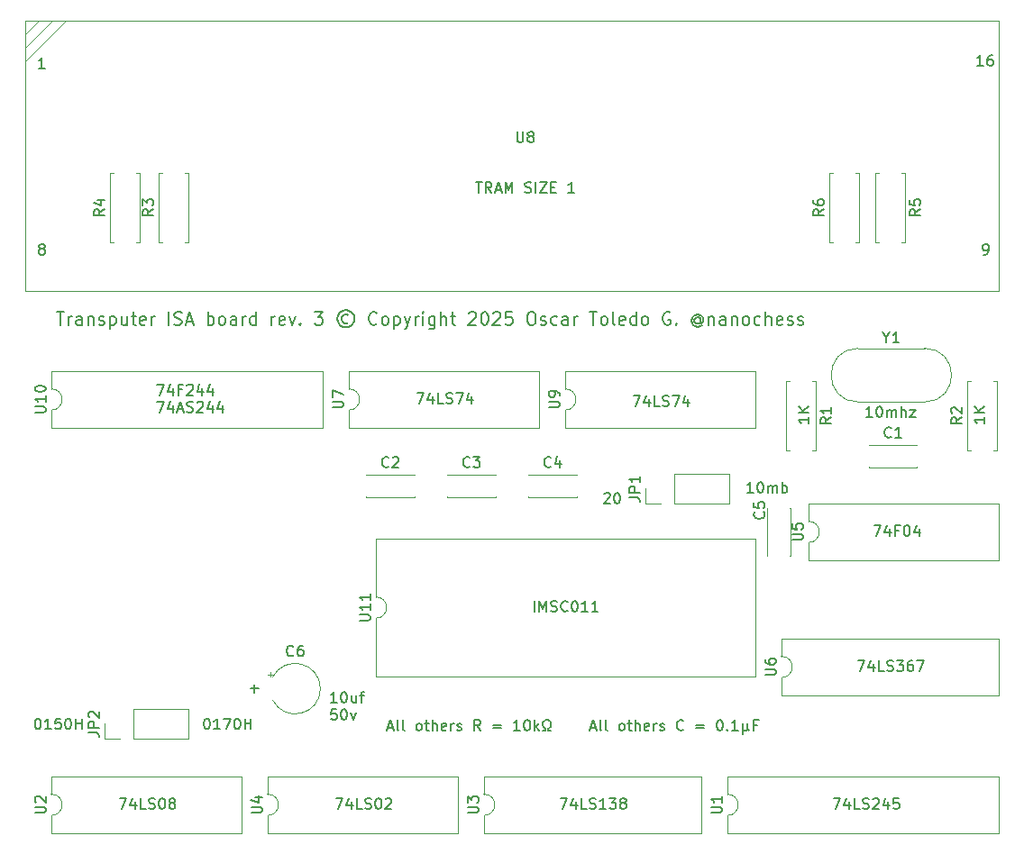
<source format=gbr>
%TF.GenerationSoftware,KiCad,Pcbnew,9.0.1*%
%TF.CreationDate,2025-07-02T19:30:22-06:00*%
%TF.ProjectId,transputer,7472616e-7370-4757-9465-722e6b696361,rev?*%
%TF.SameCoordinates,Original*%
%TF.FileFunction,Legend,Top*%
%TF.FilePolarity,Positive*%
%FSLAX46Y46*%
G04 Gerber Fmt 4.6, Leading zero omitted, Abs format (unit mm)*
G04 Created by KiCad (PCBNEW 9.0.1) date 2025-07-02 19:30:22*
%MOMM*%
%LPD*%
G01*
G04 APERTURE LIST*
%ADD10C,0.150000*%
%ADD11C,0.120000*%
%ADD12C,0.100000*%
G04 APERTURE END LIST*
D10*
X112741541Y-76059875D02*
X113408207Y-76059875D01*
X113408207Y-76059875D02*
X112979636Y-77059875D01*
X114217731Y-76393208D02*
X114217731Y-77059875D01*
X113979636Y-76012256D02*
X113741541Y-76726541D01*
X113741541Y-76726541D02*
X114360588Y-76726541D01*
X115074874Y-76536065D02*
X114741541Y-76536065D01*
X114741541Y-77059875D02*
X114741541Y-76059875D01*
X114741541Y-76059875D02*
X115217731Y-76059875D01*
X115551065Y-76155113D02*
X115598684Y-76107494D01*
X115598684Y-76107494D02*
X115693922Y-76059875D01*
X115693922Y-76059875D02*
X115932017Y-76059875D01*
X115932017Y-76059875D02*
X116027255Y-76107494D01*
X116027255Y-76107494D02*
X116074874Y-76155113D01*
X116074874Y-76155113D02*
X116122493Y-76250351D01*
X116122493Y-76250351D02*
X116122493Y-76345589D01*
X116122493Y-76345589D02*
X116074874Y-76488446D01*
X116074874Y-76488446D02*
X115503446Y-77059875D01*
X115503446Y-77059875D02*
X116122493Y-77059875D01*
X116979636Y-76393208D02*
X116979636Y-77059875D01*
X116741541Y-76012256D02*
X116503446Y-76726541D01*
X116503446Y-76726541D02*
X117122493Y-76726541D01*
X117932017Y-76393208D02*
X117932017Y-77059875D01*
X117693922Y-76012256D02*
X117455827Y-76726541D01*
X117455827Y-76726541D02*
X118074874Y-76726541D01*
X112741541Y-77669819D02*
X113408207Y-77669819D01*
X113408207Y-77669819D02*
X112979636Y-78669819D01*
X114217731Y-78003152D02*
X114217731Y-78669819D01*
X113979636Y-77622200D02*
X113741541Y-78336485D01*
X113741541Y-78336485D02*
X114360588Y-78336485D01*
X114693922Y-78384104D02*
X115170112Y-78384104D01*
X114598684Y-78669819D02*
X114932017Y-77669819D01*
X114932017Y-77669819D02*
X115265350Y-78669819D01*
X115551065Y-78622200D02*
X115693922Y-78669819D01*
X115693922Y-78669819D02*
X115932017Y-78669819D01*
X115932017Y-78669819D02*
X116027255Y-78622200D01*
X116027255Y-78622200D02*
X116074874Y-78574580D01*
X116074874Y-78574580D02*
X116122493Y-78479342D01*
X116122493Y-78479342D02*
X116122493Y-78384104D01*
X116122493Y-78384104D02*
X116074874Y-78288866D01*
X116074874Y-78288866D02*
X116027255Y-78241247D01*
X116027255Y-78241247D02*
X115932017Y-78193628D01*
X115932017Y-78193628D02*
X115741541Y-78146009D01*
X115741541Y-78146009D02*
X115646303Y-78098390D01*
X115646303Y-78098390D02*
X115598684Y-78050771D01*
X115598684Y-78050771D02*
X115551065Y-77955533D01*
X115551065Y-77955533D02*
X115551065Y-77860295D01*
X115551065Y-77860295D02*
X115598684Y-77765057D01*
X115598684Y-77765057D02*
X115646303Y-77717438D01*
X115646303Y-77717438D02*
X115741541Y-77669819D01*
X115741541Y-77669819D02*
X115979636Y-77669819D01*
X115979636Y-77669819D02*
X116122493Y-77717438D01*
X116503446Y-77765057D02*
X116551065Y-77717438D01*
X116551065Y-77717438D02*
X116646303Y-77669819D01*
X116646303Y-77669819D02*
X116884398Y-77669819D01*
X116884398Y-77669819D02*
X116979636Y-77717438D01*
X116979636Y-77717438D02*
X117027255Y-77765057D01*
X117027255Y-77765057D02*
X117074874Y-77860295D01*
X117074874Y-77860295D02*
X117074874Y-77955533D01*
X117074874Y-77955533D02*
X117027255Y-78098390D01*
X117027255Y-78098390D02*
X116455827Y-78669819D01*
X116455827Y-78669819D02*
X117074874Y-78669819D01*
X117932017Y-78003152D02*
X117932017Y-78669819D01*
X117693922Y-77622200D02*
X117455827Y-78336485D01*
X117455827Y-78336485D02*
X118074874Y-78336485D01*
X118884398Y-78003152D02*
X118884398Y-78669819D01*
X118646303Y-77622200D02*
X118408208Y-78336485D01*
X118408208Y-78336485D02*
X119027255Y-78336485D01*
X142687922Y-57035819D02*
X143259350Y-57035819D01*
X142973636Y-58035819D02*
X142973636Y-57035819D01*
X144164112Y-58035819D02*
X143830779Y-57559628D01*
X143592684Y-58035819D02*
X143592684Y-57035819D01*
X143592684Y-57035819D02*
X143973636Y-57035819D01*
X143973636Y-57035819D02*
X144068874Y-57083438D01*
X144068874Y-57083438D02*
X144116493Y-57131057D01*
X144116493Y-57131057D02*
X144164112Y-57226295D01*
X144164112Y-57226295D02*
X144164112Y-57369152D01*
X144164112Y-57369152D02*
X144116493Y-57464390D01*
X144116493Y-57464390D02*
X144068874Y-57512009D01*
X144068874Y-57512009D02*
X143973636Y-57559628D01*
X143973636Y-57559628D02*
X143592684Y-57559628D01*
X144545065Y-57750104D02*
X145021255Y-57750104D01*
X144449827Y-58035819D02*
X144783160Y-57035819D01*
X144783160Y-57035819D02*
X145116493Y-58035819D01*
X145449827Y-58035819D02*
X145449827Y-57035819D01*
X145449827Y-57035819D02*
X145783160Y-57750104D01*
X145783160Y-57750104D02*
X146116493Y-57035819D01*
X146116493Y-57035819D02*
X146116493Y-58035819D01*
X147306970Y-57988200D02*
X147449827Y-58035819D01*
X147449827Y-58035819D02*
X147687922Y-58035819D01*
X147687922Y-58035819D02*
X147783160Y-57988200D01*
X147783160Y-57988200D02*
X147830779Y-57940580D01*
X147830779Y-57940580D02*
X147878398Y-57845342D01*
X147878398Y-57845342D02*
X147878398Y-57750104D01*
X147878398Y-57750104D02*
X147830779Y-57654866D01*
X147830779Y-57654866D02*
X147783160Y-57607247D01*
X147783160Y-57607247D02*
X147687922Y-57559628D01*
X147687922Y-57559628D02*
X147497446Y-57512009D01*
X147497446Y-57512009D02*
X147402208Y-57464390D01*
X147402208Y-57464390D02*
X147354589Y-57416771D01*
X147354589Y-57416771D02*
X147306970Y-57321533D01*
X147306970Y-57321533D02*
X147306970Y-57226295D01*
X147306970Y-57226295D02*
X147354589Y-57131057D01*
X147354589Y-57131057D02*
X147402208Y-57083438D01*
X147402208Y-57083438D02*
X147497446Y-57035819D01*
X147497446Y-57035819D02*
X147735541Y-57035819D01*
X147735541Y-57035819D02*
X147878398Y-57083438D01*
X148306970Y-58035819D02*
X148306970Y-57035819D01*
X148687922Y-57035819D02*
X149354588Y-57035819D01*
X149354588Y-57035819D02*
X148687922Y-58035819D01*
X148687922Y-58035819D02*
X149354588Y-58035819D01*
X149735541Y-57512009D02*
X150068874Y-57512009D01*
X150211731Y-58035819D02*
X149735541Y-58035819D01*
X149735541Y-58035819D02*
X149735541Y-57035819D01*
X149735541Y-57035819D02*
X150211731Y-57035819D01*
X151926017Y-58035819D02*
X151354589Y-58035819D01*
X151640303Y-58035819D02*
X151640303Y-57035819D01*
X151640303Y-57035819D02*
X151545065Y-57178676D01*
X151545065Y-57178676D02*
X151449827Y-57273914D01*
X151449827Y-57273914D02*
X151354589Y-57321533D01*
X129527541Y-114947819D02*
X130194207Y-114947819D01*
X130194207Y-114947819D02*
X129765636Y-115947819D01*
X131003731Y-115281152D02*
X131003731Y-115947819D01*
X130765636Y-114900200D02*
X130527541Y-115614485D01*
X130527541Y-115614485D02*
X131146588Y-115614485D01*
X132003731Y-115947819D02*
X131527541Y-115947819D01*
X131527541Y-115947819D02*
X131527541Y-114947819D01*
X132289446Y-115900200D02*
X132432303Y-115947819D01*
X132432303Y-115947819D02*
X132670398Y-115947819D01*
X132670398Y-115947819D02*
X132765636Y-115900200D01*
X132765636Y-115900200D02*
X132813255Y-115852580D01*
X132813255Y-115852580D02*
X132860874Y-115757342D01*
X132860874Y-115757342D02*
X132860874Y-115662104D01*
X132860874Y-115662104D02*
X132813255Y-115566866D01*
X132813255Y-115566866D02*
X132765636Y-115519247D01*
X132765636Y-115519247D02*
X132670398Y-115471628D01*
X132670398Y-115471628D02*
X132479922Y-115424009D01*
X132479922Y-115424009D02*
X132384684Y-115376390D01*
X132384684Y-115376390D02*
X132337065Y-115328771D01*
X132337065Y-115328771D02*
X132289446Y-115233533D01*
X132289446Y-115233533D02*
X132289446Y-115138295D01*
X132289446Y-115138295D02*
X132337065Y-115043057D01*
X132337065Y-115043057D02*
X132384684Y-114995438D01*
X132384684Y-114995438D02*
X132479922Y-114947819D01*
X132479922Y-114947819D02*
X132718017Y-114947819D01*
X132718017Y-114947819D02*
X132860874Y-114995438D01*
X133479922Y-114947819D02*
X133575160Y-114947819D01*
X133575160Y-114947819D02*
X133670398Y-114995438D01*
X133670398Y-114995438D02*
X133718017Y-115043057D01*
X133718017Y-115043057D02*
X133765636Y-115138295D01*
X133765636Y-115138295D02*
X133813255Y-115328771D01*
X133813255Y-115328771D02*
X133813255Y-115566866D01*
X133813255Y-115566866D02*
X133765636Y-115757342D01*
X133765636Y-115757342D02*
X133718017Y-115852580D01*
X133718017Y-115852580D02*
X133670398Y-115900200D01*
X133670398Y-115900200D02*
X133575160Y-115947819D01*
X133575160Y-115947819D02*
X133479922Y-115947819D01*
X133479922Y-115947819D02*
X133384684Y-115900200D01*
X133384684Y-115900200D02*
X133337065Y-115852580D01*
X133337065Y-115852580D02*
X133289446Y-115757342D01*
X133289446Y-115757342D02*
X133241827Y-115566866D01*
X133241827Y-115566866D02*
X133241827Y-115328771D01*
X133241827Y-115328771D02*
X133289446Y-115138295D01*
X133289446Y-115138295D02*
X133337065Y-115043057D01*
X133337065Y-115043057D02*
X133384684Y-114995438D01*
X133384684Y-114995438D02*
X133479922Y-114947819D01*
X134194208Y-115043057D02*
X134241827Y-114995438D01*
X134241827Y-114995438D02*
X134337065Y-114947819D01*
X134337065Y-114947819D02*
X134575160Y-114947819D01*
X134575160Y-114947819D02*
X134670398Y-114995438D01*
X134670398Y-114995438D02*
X134718017Y-115043057D01*
X134718017Y-115043057D02*
X134765636Y-115138295D01*
X134765636Y-115138295D02*
X134765636Y-115233533D01*
X134765636Y-115233533D02*
X134718017Y-115376390D01*
X134718017Y-115376390D02*
X134146589Y-115947819D01*
X134146589Y-115947819D02*
X134765636Y-115947819D01*
X157467541Y-77101819D02*
X158134207Y-77101819D01*
X158134207Y-77101819D02*
X157705636Y-78101819D01*
X158943731Y-77435152D02*
X158943731Y-78101819D01*
X158705636Y-77054200D02*
X158467541Y-77768485D01*
X158467541Y-77768485D02*
X159086588Y-77768485D01*
X159943731Y-78101819D02*
X159467541Y-78101819D01*
X159467541Y-78101819D02*
X159467541Y-77101819D01*
X160229446Y-78054200D02*
X160372303Y-78101819D01*
X160372303Y-78101819D02*
X160610398Y-78101819D01*
X160610398Y-78101819D02*
X160705636Y-78054200D01*
X160705636Y-78054200D02*
X160753255Y-78006580D01*
X160753255Y-78006580D02*
X160800874Y-77911342D01*
X160800874Y-77911342D02*
X160800874Y-77816104D01*
X160800874Y-77816104D02*
X160753255Y-77720866D01*
X160753255Y-77720866D02*
X160705636Y-77673247D01*
X160705636Y-77673247D02*
X160610398Y-77625628D01*
X160610398Y-77625628D02*
X160419922Y-77578009D01*
X160419922Y-77578009D02*
X160324684Y-77530390D01*
X160324684Y-77530390D02*
X160277065Y-77482771D01*
X160277065Y-77482771D02*
X160229446Y-77387533D01*
X160229446Y-77387533D02*
X160229446Y-77292295D01*
X160229446Y-77292295D02*
X160277065Y-77197057D01*
X160277065Y-77197057D02*
X160324684Y-77149438D01*
X160324684Y-77149438D02*
X160419922Y-77101819D01*
X160419922Y-77101819D02*
X160658017Y-77101819D01*
X160658017Y-77101819D02*
X160800874Y-77149438D01*
X161134208Y-77101819D02*
X161800874Y-77101819D01*
X161800874Y-77101819D02*
X161372303Y-78101819D01*
X162610398Y-77435152D02*
X162610398Y-78101819D01*
X162372303Y-77054200D02*
X162134208Y-77768485D01*
X162134208Y-77768485D02*
X162753255Y-77768485D01*
X134401160Y-108296104D02*
X134877350Y-108296104D01*
X134305922Y-108581819D02*
X134639255Y-107581819D01*
X134639255Y-107581819D02*
X134972588Y-108581819D01*
X135448779Y-108581819D02*
X135353541Y-108534200D01*
X135353541Y-108534200D02*
X135305922Y-108438961D01*
X135305922Y-108438961D02*
X135305922Y-107581819D01*
X135972589Y-108581819D02*
X135877351Y-108534200D01*
X135877351Y-108534200D02*
X135829732Y-108438961D01*
X135829732Y-108438961D02*
X135829732Y-107581819D01*
X137258304Y-108581819D02*
X137163066Y-108534200D01*
X137163066Y-108534200D02*
X137115447Y-108486580D01*
X137115447Y-108486580D02*
X137067828Y-108391342D01*
X137067828Y-108391342D02*
X137067828Y-108105628D01*
X137067828Y-108105628D02*
X137115447Y-108010390D01*
X137115447Y-108010390D02*
X137163066Y-107962771D01*
X137163066Y-107962771D02*
X137258304Y-107915152D01*
X137258304Y-107915152D02*
X137401161Y-107915152D01*
X137401161Y-107915152D02*
X137496399Y-107962771D01*
X137496399Y-107962771D02*
X137544018Y-108010390D01*
X137544018Y-108010390D02*
X137591637Y-108105628D01*
X137591637Y-108105628D02*
X137591637Y-108391342D01*
X137591637Y-108391342D02*
X137544018Y-108486580D01*
X137544018Y-108486580D02*
X137496399Y-108534200D01*
X137496399Y-108534200D02*
X137401161Y-108581819D01*
X137401161Y-108581819D02*
X137258304Y-108581819D01*
X137877352Y-107915152D02*
X138258304Y-107915152D01*
X138020209Y-107581819D02*
X138020209Y-108438961D01*
X138020209Y-108438961D02*
X138067828Y-108534200D01*
X138067828Y-108534200D02*
X138163066Y-108581819D01*
X138163066Y-108581819D02*
X138258304Y-108581819D01*
X138591638Y-108581819D02*
X138591638Y-107581819D01*
X139020209Y-108581819D02*
X139020209Y-108058009D01*
X139020209Y-108058009D02*
X138972590Y-107962771D01*
X138972590Y-107962771D02*
X138877352Y-107915152D01*
X138877352Y-107915152D02*
X138734495Y-107915152D01*
X138734495Y-107915152D02*
X138639257Y-107962771D01*
X138639257Y-107962771D02*
X138591638Y-108010390D01*
X139877352Y-108534200D02*
X139782114Y-108581819D01*
X139782114Y-108581819D02*
X139591638Y-108581819D01*
X139591638Y-108581819D02*
X139496400Y-108534200D01*
X139496400Y-108534200D02*
X139448781Y-108438961D01*
X139448781Y-108438961D02*
X139448781Y-108058009D01*
X139448781Y-108058009D02*
X139496400Y-107962771D01*
X139496400Y-107962771D02*
X139591638Y-107915152D01*
X139591638Y-107915152D02*
X139782114Y-107915152D01*
X139782114Y-107915152D02*
X139877352Y-107962771D01*
X139877352Y-107962771D02*
X139924971Y-108058009D01*
X139924971Y-108058009D02*
X139924971Y-108153247D01*
X139924971Y-108153247D02*
X139448781Y-108248485D01*
X140353543Y-108581819D02*
X140353543Y-107915152D01*
X140353543Y-108105628D02*
X140401162Y-108010390D01*
X140401162Y-108010390D02*
X140448781Y-107962771D01*
X140448781Y-107962771D02*
X140544019Y-107915152D01*
X140544019Y-107915152D02*
X140639257Y-107915152D01*
X140924972Y-108534200D02*
X141020210Y-108581819D01*
X141020210Y-108581819D02*
X141210686Y-108581819D01*
X141210686Y-108581819D02*
X141305924Y-108534200D01*
X141305924Y-108534200D02*
X141353543Y-108438961D01*
X141353543Y-108438961D02*
X141353543Y-108391342D01*
X141353543Y-108391342D02*
X141305924Y-108296104D01*
X141305924Y-108296104D02*
X141210686Y-108248485D01*
X141210686Y-108248485D02*
X141067829Y-108248485D01*
X141067829Y-108248485D02*
X140972591Y-108200866D01*
X140972591Y-108200866D02*
X140924972Y-108105628D01*
X140924972Y-108105628D02*
X140924972Y-108058009D01*
X140924972Y-108058009D02*
X140972591Y-107962771D01*
X140972591Y-107962771D02*
X141067829Y-107915152D01*
X141067829Y-107915152D02*
X141210686Y-107915152D01*
X141210686Y-107915152D02*
X141305924Y-107962771D01*
X143115448Y-108581819D02*
X142782115Y-108105628D01*
X142544020Y-108581819D02*
X142544020Y-107581819D01*
X142544020Y-107581819D02*
X142924972Y-107581819D01*
X142924972Y-107581819D02*
X143020210Y-107629438D01*
X143020210Y-107629438D02*
X143067829Y-107677057D01*
X143067829Y-107677057D02*
X143115448Y-107772295D01*
X143115448Y-107772295D02*
X143115448Y-107915152D01*
X143115448Y-107915152D02*
X143067829Y-108010390D01*
X143067829Y-108010390D02*
X143020210Y-108058009D01*
X143020210Y-108058009D02*
X142924972Y-108105628D01*
X142924972Y-108105628D02*
X142544020Y-108105628D01*
X144305925Y-108058009D02*
X145067830Y-108058009D01*
X145067830Y-108343723D02*
X144305925Y-108343723D01*
X146829734Y-108581819D02*
X146258306Y-108581819D01*
X146544020Y-108581819D02*
X146544020Y-107581819D01*
X146544020Y-107581819D02*
X146448782Y-107724676D01*
X146448782Y-107724676D02*
X146353544Y-107819914D01*
X146353544Y-107819914D02*
X146258306Y-107867533D01*
X147448782Y-107581819D02*
X147544020Y-107581819D01*
X147544020Y-107581819D02*
X147639258Y-107629438D01*
X147639258Y-107629438D02*
X147686877Y-107677057D01*
X147686877Y-107677057D02*
X147734496Y-107772295D01*
X147734496Y-107772295D02*
X147782115Y-107962771D01*
X147782115Y-107962771D02*
X147782115Y-108200866D01*
X147782115Y-108200866D02*
X147734496Y-108391342D01*
X147734496Y-108391342D02*
X147686877Y-108486580D01*
X147686877Y-108486580D02*
X147639258Y-108534200D01*
X147639258Y-108534200D02*
X147544020Y-108581819D01*
X147544020Y-108581819D02*
X147448782Y-108581819D01*
X147448782Y-108581819D02*
X147353544Y-108534200D01*
X147353544Y-108534200D02*
X147305925Y-108486580D01*
X147305925Y-108486580D02*
X147258306Y-108391342D01*
X147258306Y-108391342D02*
X147210687Y-108200866D01*
X147210687Y-108200866D02*
X147210687Y-107962771D01*
X147210687Y-107962771D02*
X147258306Y-107772295D01*
X147258306Y-107772295D02*
X147305925Y-107677057D01*
X147305925Y-107677057D02*
X147353544Y-107629438D01*
X147353544Y-107629438D02*
X147448782Y-107581819D01*
X148210687Y-108581819D02*
X148210687Y-107581819D01*
X148305925Y-108200866D02*
X148591639Y-108581819D01*
X148591639Y-107915152D02*
X148210687Y-108296104D01*
X148972592Y-108581819D02*
X149210687Y-108581819D01*
X149210687Y-108581819D02*
X149210687Y-108391342D01*
X149210687Y-108391342D02*
X149115449Y-108343723D01*
X149115449Y-108343723D02*
X149020211Y-108248485D01*
X149020211Y-108248485D02*
X148972592Y-108105628D01*
X148972592Y-108105628D02*
X148972592Y-107867533D01*
X148972592Y-107867533D02*
X149020211Y-107724676D01*
X149020211Y-107724676D02*
X149115449Y-107629438D01*
X149115449Y-107629438D02*
X149258306Y-107581819D01*
X149258306Y-107581819D02*
X149448782Y-107581819D01*
X149448782Y-107581819D02*
X149591639Y-107629438D01*
X149591639Y-107629438D02*
X149686877Y-107724676D01*
X149686877Y-107724676D02*
X149734496Y-107867533D01*
X149734496Y-107867533D02*
X149734496Y-108105628D01*
X149734496Y-108105628D02*
X149686877Y-108248485D01*
X149686877Y-108248485D02*
X149591639Y-108343723D01*
X149591639Y-108343723D02*
X149496401Y-108391342D01*
X149496401Y-108391342D02*
X149496401Y-108581819D01*
X149496401Y-108581819D02*
X149734496Y-108581819D01*
X137147541Y-76847819D02*
X137814207Y-76847819D01*
X137814207Y-76847819D02*
X137385636Y-77847819D01*
X138623731Y-77181152D02*
X138623731Y-77847819D01*
X138385636Y-76800200D02*
X138147541Y-77514485D01*
X138147541Y-77514485D02*
X138766588Y-77514485D01*
X139623731Y-77847819D02*
X139147541Y-77847819D01*
X139147541Y-77847819D02*
X139147541Y-76847819D01*
X139909446Y-77800200D02*
X140052303Y-77847819D01*
X140052303Y-77847819D02*
X140290398Y-77847819D01*
X140290398Y-77847819D02*
X140385636Y-77800200D01*
X140385636Y-77800200D02*
X140433255Y-77752580D01*
X140433255Y-77752580D02*
X140480874Y-77657342D01*
X140480874Y-77657342D02*
X140480874Y-77562104D01*
X140480874Y-77562104D02*
X140433255Y-77466866D01*
X140433255Y-77466866D02*
X140385636Y-77419247D01*
X140385636Y-77419247D02*
X140290398Y-77371628D01*
X140290398Y-77371628D02*
X140099922Y-77324009D01*
X140099922Y-77324009D02*
X140004684Y-77276390D01*
X140004684Y-77276390D02*
X139957065Y-77228771D01*
X139957065Y-77228771D02*
X139909446Y-77133533D01*
X139909446Y-77133533D02*
X139909446Y-77038295D01*
X139909446Y-77038295D02*
X139957065Y-76943057D01*
X139957065Y-76943057D02*
X140004684Y-76895438D01*
X140004684Y-76895438D02*
X140099922Y-76847819D01*
X140099922Y-76847819D02*
X140338017Y-76847819D01*
X140338017Y-76847819D02*
X140480874Y-76895438D01*
X140814208Y-76847819D02*
X141480874Y-76847819D01*
X141480874Y-76847819D02*
X141052303Y-77847819D01*
X142290398Y-77181152D02*
X142290398Y-77847819D01*
X142052303Y-76800200D02*
X141814208Y-77514485D01*
X141814208Y-77514485D02*
X142433255Y-77514485D01*
X180073541Y-89293819D02*
X180740207Y-89293819D01*
X180740207Y-89293819D02*
X180311636Y-90293819D01*
X181549731Y-89627152D02*
X181549731Y-90293819D01*
X181311636Y-89246200D02*
X181073541Y-89960485D01*
X181073541Y-89960485D02*
X181692588Y-89960485D01*
X182406874Y-89770009D02*
X182073541Y-89770009D01*
X182073541Y-90293819D02*
X182073541Y-89293819D01*
X182073541Y-89293819D02*
X182549731Y-89293819D01*
X183121160Y-89293819D02*
X183216398Y-89293819D01*
X183216398Y-89293819D02*
X183311636Y-89341438D01*
X183311636Y-89341438D02*
X183359255Y-89389057D01*
X183359255Y-89389057D02*
X183406874Y-89484295D01*
X183406874Y-89484295D02*
X183454493Y-89674771D01*
X183454493Y-89674771D02*
X183454493Y-89912866D01*
X183454493Y-89912866D02*
X183406874Y-90103342D01*
X183406874Y-90103342D02*
X183359255Y-90198580D01*
X183359255Y-90198580D02*
X183311636Y-90246200D01*
X183311636Y-90246200D02*
X183216398Y-90293819D01*
X183216398Y-90293819D02*
X183121160Y-90293819D01*
X183121160Y-90293819D02*
X183025922Y-90246200D01*
X183025922Y-90246200D02*
X182978303Y-90198580D01*
X182978303Y-90198580D02*
X182930684Y-90103342D01*
X182930684Y-90103342D02*
X182883065Y-89912866D01*
X182883065Y-89912866D02*
X182883065Y-89674771D01*
X182883065Y-89674771D02*
X182930684Y-89484295D01*
X182930684Y-89484295D02*
X182978303Y-89389057D01*
X182978303Y-89389057D02*
X183025922Y-89341438D01*
X183025922Y-89341438D02*
X183121160Y-89293819D01*
X184311636Y-89627152D02*
X184311636Y-90293819D01*
X184073541Y-89246200D02*
X183835446Y-89960485D01*
X183835446Y-89960485D02*
X184454493Y-89960485D01*
X178549541Y-101993819D02*
X179216207Y-101993819D01*
X179216207Y-101993819D02*
X178787636Y-102993819D01*
X180025731Y-102327152D02*
X180025731Y-102993819D01*
X179787636Y-101946200D02*
X179549541Y-102660485D01*
X179549541Y-102660485D02*
X180168588Y-102660485D01*
X181025731Y-102993819D02*
X180549541Y-102993819D01*
X180549541Y-102993819D02*
X180549541Y-101993819D01*
X181311446Y-102946200D02*
X181454303Y-102993819D01*
X181454303Y-102993819D02*
X181692398Y-102993819D01*
X181692398Y-102993819D02*
X181787636Y-102946200D01*
X181787636Y-102946200D02*
X181835255Y-102898580D01*
X181835255Y-102898580D02*
X181882874Y-102803342D01*
X181882874Y-102803342D02*
X181882874Y-102708104D01*
X181882874Y-102708104D02*
X181835255Y-102612866D01*
X181835255Y-102612866D02*
X181787636Y-102565247D01*
X181787636Y-102565247D02*
X181692398Y-102517628D01*
X181692398Y-102517628D02*
X181501922Y-102470009D01*
X181501922Y-102470009D02*
X181406684Y-102422390D01*
X181406684Y-102422390D02*
X181359065Y-102374771D01*
X181359065Y-102374771D02*
X181311446Y-102279533D01*
X181311446Y-102279533D02*
X181311446Y-102184295D01*
X181311446Y-102184295D02*
X181359065Y-102089057D01*
X181359065Y-102089057D02*
X181406684Y-102041438D01*
X181406684Y-102041438D02*
X181501922Y-101993819D01*
X181501922Y-101993819D02*
X181740017Y-101993819D01*
X181740017Y-101993819D02*
X181882874Y-102041438D01*
X182216208Y-101993819D02*
X182835255Y-101993819D01*
X182835255Y-101993819D02*
X182501922Y-102374771D01*
X182501922Y-102374771D02*
X182644779Y-102374771D01*
X182644779Y-102374771D02*
X182740017Y-102422390D01*
X182740017Y-102422390D02*
X182787636Y-102470009D01*
X182787636Y-102470009D02*
X182835255Y-102565247D01*
X182835255Y-102565247D02*
X182835255Y-102803342D01*
X182835255Y-102803342D02*
X182787636Y-102898580D01*
X182787636Y-102898580D02*
X182740017Y-102946200D01*
X182740017Y-102946200D02*
X182644779Y-102993819D01*
X182644779Y-102993819D02*
X182359065Y-102993819D01*
X182359065Y-102993819D02*
X182263827Y-102946200D01*
X182263827Y-102946200D02*
X182216208Y-102898580D01*
X183692398Y-101993819D02*
X183501922Y-101993819D01*
X183501922Y-101993819D02*
X183406684Y-102041438D01*
X183406684Y-102041438D02*
X183359065Y-102089057D01*
X183359065Y-102089057D02*
X183263827Y-102231914D01*
X183263827Y-102231914D02*
X183216208Y-102422390D01*
X183216208Y-102422390D02*
X183216208Y-102803342D01*
X183216208Y-102803342D02*
X183263827Y-102898580D01*
X183263827Y-102898580D02*
X183311446Y-102946200D01*
X183311446Y-102946200D02*
X183406684Y-102993819D01*
X183406684Y-102993819D02*
X183597160Y-102993819D01*
X183597160Y-102993819D02*
X183692398Y-102946200D01*
X183692398Y-102946200D02*
X183740017Y-102898580D01*
X183740017Y-102898580D02*
X183787636Y-102803342D01*
X183787636Y-102803342D02*
X183787636Y-102565247D01*
X183787636Y-102565247D02*
X183740017Y-102470009D01*
X183740017Y-102470009D02*
X183692398Y-102422390D01*
X183692398Y-102422390D02*
X183597160Y-102374771D01*
X183597160Y-102374771D02*
X183406684Y-102374771D01*
X183406684Y-102374771D02*
X183311446Y-102422390D01*
X183311446Y-102422390D02*
X183263827Y-102470009D01*
X183263827Y-102470009D02*
X183216208Y-102565247D01*
X184120970Y-101993819D02*
X184787636Y-101993819D01*
X184787636Y-101993819D02*
X184359065Y-102993819D01*
X129638588Y-105955875D02*
X129067160Y-105955875D01*
X129352874Y-105955875D02*
X129352874Y-104955875D01*
X129352874Y-104955875D02*
X129257636Y-105098732D01*
X129257636Y-105098732D02*
X129162398Y-105193970D01*
X129162398Y-105193970D02*
X129067160Y-105241589D01*
X130257636Y-104955875D02*
X130352874Y-104955875D01*
X130352874Y-104955875D02*
X130448112Y-105003494D01*
X130448112Y-105003494D02*
X130495731Y-105051113D01*
X130495731Y-105051113D02*
X130543350Y-105146351D01*
X130543350Y-105146351D02*
X130590969Y-105336827D01*
X130590969Y-105336827D02*
X130590969Y-105574922D01*
X130590969Y-105574922D02*
X130543350Y-105765398D01*
X130543350Y-105765398D02*
X130495731Y-105860636D01*
X130495731Y-105860636D02*
X130448112Y-105908256D01*
X130448112Y-105908256D02*
X130352874Y-105955875D01*
X130352874Y-105955875D02*
X130257636Y-105955875D01*
X130257636Y-105955875D02*
X130162398Y-105908256D01*
X130162398Y-105908256D02*
X130114779Y-105860636D01*
X130114779Y-105860636D02*
X130067160Y-105765398D01*
X130067160Y-105765398D02*
X130019541Y-105574922D01*
X130019541Y-105574922D02*
X130019541Y-105336827D01*
X130019541Y-105336827D02*
X130067160Y-105146351D01*
X130067160Y-105146351D02*
X130114779Y-105051113D01*
X130114779Y-105051113D02*
X130162398Y-105003494D01*
X130162398Y-105003494D02*
X130257636Y-104955875D01*
X131448112Y-105289208D02*
X131448112Y-105955875D01*
X131019541Y-105289208D02*
X131019541Y-105813017D01*
X131019541Y-105813017D02*
X131067160Y-105908256D01*
X131067160Y-105908256D02*
X131162398Y-105955875D01*
X131162398Y-105955875D02*
X131305255Y-105955875D01*
X131305255Y-105955875D02*
X131400493Y-105908256D01*
X131400493Y-105908256D02*
X131448112Y-105860636D01*
X131781446Y-105289208D02*
X132162398Y-105289208D01*
X131924303Y-105955875D02*
X131924303Y-105098732D01*
X131924303Y-105098732D02*
X131971922Y-105003494D01*
X131971922Y-105003494D02*
X132067160Y-104955875D01*
X132067160Y-104955875D02*
X132162398Y-104955875D01*
X129590969Y-106565819D02*
X129114779Y-106565819D01*
X129114779Y-106565819D02*
X129067160Y-107042009D01*
X129067160Y-107042009D02*
X129114779Y-106994390D01*
X129114779Y-106994390D02*
X129210017Y-106946771D01*
X129210017Y-106946771D02*
X129448112Y-106946771D01*
X129448112Y-106946771D02*
X129543350Y-106994390D01*
X129543350Y-106994390D02*
X129590969Y-107042009D01*
X129590969Y-107042009D02*
X129638588Y-107137247D01*
X129638588Y-107137247D02*
X129638588Y-107375342D01*
X129638588Y-107375342D02*
X129590969Y-107470580D01*
X129590969Y-107470580D02*
X129543350Y-107518200D01*
X129543350Y-107518200D02*
X129448112Y-107565819D01*
X129448112Y-107565819D02*
X129210017Y-107565819D01*
X129210017Y-107565819D02*
X129114779Y-107518200D01*
X129114779Y-107518200D02*
X129067160Y-107470580D01*
X130257636Y-106565819D02*
X130352874Y-106565819D01*
X130352874Y-106565819D02*
X130448112Y-106613438D01*
X130448112Y-106613438D02*
X130495731Y-106661057D01*
X130495731Y-106661057D02*
X130543350Y-106756295D01*
X130543350Y-106756295D02*
X130590969Y-106946771D01*
X130590969Y-106946771D02*
X130590969Y-107184866D01*
X130590969Y-107184866D02*
X130543350Y-107375342D01*
X130543350Y-107375342D02*
X130495731Y-107470580D01*
X130495731Y-107470580D02*
X130448112Y-107518200D01*
X130448112Y-107518200D02*
X130352874Y-107565819D01*
X130352874Y-107565819D02*
X130257636Y-107565819D01*
X130257636Y-107565819D02*
X130162398Y-107518200D01*
X130162398Y-107518200D02*
X130114779Y-107470580D01*
X130114779Y-107470580D02*
X130067160Y-107375342D01*
X130067160Y-107375342D02*
X130019541Y-107184866D01*
X130019541Y-107184866D02*
X130019541Y-106946771D01*
X130019541Y-106946771D02*
X130067160Y-106756295D01*
X130067160Y-106756295D02*
X130114779Y-106661057D01*
X130114779Y-106661057D02*
X130162398Y-106613438D01*
X130162398Y-106613438D02*
X130257636Y-106565819D01*
X130924303Y-106899152D02*
X131162398Y-107565819D01*
X131162398Y-107565819D02*
X131400493Y-106899152D01*
X103336969Y-69257342D02*
X104022684Y-69257342D01*
X103679826Y-70457342D02*
X103679826Y-69257342D01*
X104422684Y-70457342D02*
X104422684Y-69657342D01*
X104422684Y-69885914D02*
X104479827Y-69771628D01*
X104479827Y-69771628D02*
X104536970Y-69714485D01*
X104536970Y-69714485D02*
X104651255Y-69657342D01*
X104651255Y-69657342D02*
X104765541Y-69657342D01*
X105679827Y-70457342D02*
X105679827Y-69828771D01*
X105679827Y-69828771D02*
X105622684Y-69714485D01*
X105622684Y-69714485D02*
X105508398Y-69657342D01*
X105508398Y-69657342D02*
X105279827Y-69657342D01*
X105279827Y-69657342D02*
X105165541Y-69714485D01*
X105679827Y-70400200D02*
X105565541Y-70457342D01*
X105565541Y-70457342D02*
X105279827Y-70457342D01*
X105279827Y-70457342D02*
X105165541Y-70400200D01*
X105165541Y-70400200D02*
X105108398Y-70285914D01*
X105108398Y-70285914D02*
X105108398Y-70171628D01*
X105108398Y-70171628D02*
X105165541Y-70057342D01*
X105165541Y-70057342D02*
X105279827Y-70000200D01*
X105279827Y-70000200D02*
X105565541Y-70000200D01*
X105565541Y-70000200D02*
X105679827Y-69943057D01*
X106251255Y-69657342D02*
X106251255Y-70457342D01*
X106251255Y-69771628D02*
X106308398Y-69714485D01*
X106308398Y-69714485D02*
X106422683Y-69657342D01*
X106422683Y-69657342D02*
X106594112Y-69657342D01*
X106594112Y-69657342D02*
X106708398Y-69714485D01*
X106708398Y-69714485D02*
X106765541Y-69828771D01*
X106765541Y-69828771D02*
X106765541Y-70457342D01*
X107279826Y-70400200D02*
X107394112Y-70457342D01*
X107394112Y-70457342D02*
X107622683Y-70457342D01*
X107622683Y-70457342D02*
X107736969Y-70400200D01*
X107736969Y-70400200D02*
X107794112Y-70285914D01*
X107794112Y-70285914D02*
X107794112Y-70228771D01*
X107794112Y-70228771D02*
X107736969Y-70114485D01*
X107736969Y-70114485D02*
X107622683Y-70057342D01*
X107622683Y-70057342D02*
X107451255Y-70057342D01*
X107451255Y-70057342D02*
X107336969Y-70000200D01*
X107336969Y-70000200D02*
X107279826Y-69885914D01*
X107279826Y-69885914D02*
X107279826Y-69828771D01*
X107279826Y-69828771D02*
X107336969Y-69714485D01*
X107336969Y-69714485D02*
X107451255Y-69657342D01*
X107451255Y-69657342D02*
X107622683Y-69657342D01*
X107622683Y-69657342D02*
X107736969Y-69714485D01*
X108308398Y-69657342D02*
X108308398Y-70857342D01*
X108308398Y-69714485D02*
X108422684Y-69657342D01*
X108422684Y-69657342D02*
X108651255Y-69657342D01*
X108651255Y-69657342D02*
X108765541Y-69714485D01*
X108765541Y-69714485D02*
X108822684Y-69771628D01*
X108822684Y-69771628D02*
X108879826Y-69885914D01*
X108879826Y-69885914D02*
X108879826Y-70228771D01*
X108879826Y-70228771D02*
X108822684Y-70343057D01*
X108822684Y-70343057D02*
X108765541Y-70400200D01*
X108765541Y-70400200D02*
X108651255Y-70457342D01*
X108651255Y-70457342D02*
X108422684Y-70457342D01*
X108422684Y-70457342D02*
X108308398Y-70400200D01*
X109908398Y-69657342D02*
X109908398Y-70457342D01*
X109394112Y-69657342D02*
X109394112Y-70285914D01*
X109394112Y-70285914D02*
X109451255Y-70400200D01*
X109451255Y-70400200D02*
X109565540Y-70457342D01*
X109565540Y-70457342D02*
X109736969Y-70457342D01*
X109736969Y-70457342D02*
X109851255Y-70400200D01*
X109851255Y-70400200D02*
X109908398Y-70343057D01*
X110308397Y-69657342D02*
X110765540Y-69657342D01*
X110479826Y-69257342D02*
X110479826Y-70285914D01*
X110479826Y-70285914D02*
X110536969Y-70400200D01*
X110536969Y-70400200D02*
X110651254Y-70457342D01*
X110651254Y-70457342D02*
X110765540Y-70457342D01*
X111622683Y-70400200D02*
X111508397Y-70457342D01*
X111508397Y-70457342D02*
X111279826Y-70457342D01*
X111279826Y-70457342D02*
X111165540Y-70400200D01*
X111165540Y-70400200D02*
X111108397Y-70285914D01*
X111108397Y-70285914D02*
X111108397Y-69828771D01*
X111108397Y-69828771D02*
X111165540Y-69714485D01*
X111165540Y-69714485D02*
X111279826Y-69657342D01*
X111279826Y-69657342D02*
X111508397Y-69657342D01*
X111508397Y-69657342D02*
X111622683Y-69714485D01*
X111622683Y-69714485D02*
X111679826Y-69828771D01*
X111679826Y-69828771D02*
X111679826Y-69943057D01*
X111679826Y-69943057D02*
X111108397Y-70057342D01*
X112194111Y-70457342D02*
X112194111Y-69657342D01*
X112194111Y-69885914D02*
X112251254Y-69771628D01*
X112251254Y-69771628D02*
X112308397Y-69714485D01*
X112308397Y-69714485D02*
X112422682Y-69657342D01*
X112422682Y-69657342D02*
X112536968Y-69657342D01*
X113851254Y-70457342D02*
X113851254Y-69257342D01*
X114365540Y-70400200D02*
X114536969Y-70457342D01*
X114536969Y-70457342D02*
X114822683Y-70457342D01*
X114822683Y-70457342D02*
X114936969Y-70400200D01*
X114936969Y-70400200D02*
X114994111Y-70343057D01*
X114994111Y-70343057D02*
X115051254Y-70228771D01*
X115051254Y-70228771D02*
X115051254Y-70114485D01*
X115051254Y-70114485D02*
X114994111Y-70000200D01*
X114994111Y-70000200D02*
X114936969Y-69943057D01*
X114936969Y-69943057D02*
X114822683Y-69885914D01*
X114822683Y-69885914D02*
X114594111Y-69828771D01*
X114594111Y-69828771D02*
X114479826Y-69771628D01*
X114479826Y-69771628D02*
X114422683Y-69714485D01*
X114422683Y-69714485D02*
X114365540Y-69600200D01*
X114365540Y-69600200D02*
X114365540Y-69485914D01*
X114365540Y-69485914D02*
X114422683Y-69371628D01*
X114422683Y-69371628D02*
X114479826Y-69314485D01*
X114479826Y-69314485D02*
X114594111Y-69257342D01*
X114594111Y-69257342D02*
X114879826Y-69257342D01*
X114879826Y-69257342D02*
X115051254Y-69314485D01*
X115508397Y-70114485D02*
X116079826Y-70114485D01*
X115394111Y-70457342D02*
X115794111Y-69257342D01*
X115794111Y-69257342D02*
X116194111Y-70457342D01*
X117508397Y-70457342D02*
X117508397Y-69257342D01*
X117508397Y-69714485D02*
X117622683Y-69657342D01*
X117622683Y-69657342D02*
X117851254Y-69657342D01*
X117851254Y-69657342D02*
X117965540Y-69714485D01*
X117965540Y-69714485D02*
X118022683Y-69771628D01*
X118022683Y-69771628D02*
X118079825Y-69885914D01*
X118079825Y-69885914D02*
X118079825Y-70228771D01*
X118079825Y-70228771D02*
X118022683Y-70343057D01*
X118022683Y-70343057D02*
X117965540Y-70400200D01*
X117965540Y-70400200D02*
X117851254Y-70457342D01*
X117851254Y-70457342D02*
X117622683Y-70457342D01*
X117622683Y-70457342D02*
X117508397Y-70400200D01*
X118765539Y-70457342D02*
X118651254Y-70400200D01*
X118651254Y-70400200D02*
X118594111Y-70343057D01*
X118594111Y-70343057D02*
X118536968Y-70228771D01*
X118536968Y-70228771D02*
X118536968Y-69885914D01*
X118536968Y-69885914D02*
X118594111Y-69771628D01*
X118594111Y-69771628D02*
X118651254Y-69714485D01*
X118651254Y-69714485D02*
X118765539Y-69657342D01*
X118765539Y-69657342D02*
X118936968Y-69657342D01*
X118936968Y-69657342D02*
X119051254Y-69714485D01*
X119051254Y-69714485D02*
X119108397Y-69771628D01*
X119108397Y-69771628D02*
X119165539Y-69885914D01*
X119165539Y-69885914D02*
X119165539Y-70228771D01*
X119165539Y-70228771D02*
X119108397Y-70343057D01*
X119108397Y-70343057D02*
X119051254Y-70400200D01*
X119051254Y-70400200D02*
X118936968Y-70457342D01*
X118936968Y-70457342D02*
X118765539Y-70457342D01*
X120194111Y-70457342D02*
X120194111Y-69828771D01*
X120194111Y-69828771D02*
X120136968Y-69714485D01*
X120136968Y-69714485D02*
X120022682Y-69657342D01*
X120022682Y-69657342D02*
X119794111Y-69657342D01*
X119794111Y-69657342D02*
X119679825Y-69714485D01*
X120194111Y-70400200D02*
X120079825Y-70457342D01*
X120079825Y-70457342D02*
X119794111Y-70457342D01*
X119794111Y-70457342D02*
X119679825Y-70400200D01*
X119679825Y-70400200D02*
X119622682Y-70285914D01*
X119622682Y-70285914D02*
X119622682Y-70171628D01*
X119622682Y-70171628D02*
X119679825Y-70057342D01*
X119679825Y-70057342D02*
X119794111Y-70000200D01*
X119794111Y-70000200D02*
X120079825Y-70000200D01*
X120079825Y-70000200D02*
X120194111Y-69943057D01*
X120765539Y-70457342D02*
X120765539Y-69657342D01*
X120765539Y-69885914D02*
X120822682Y-69771628D01*
X120822682Y-69771628D02*
X120879825Y-69714485D01*
X120879825Y-69714485D02*
X120994110Y-69657342D01*
X120994110Y-69657342D02*
X121108396Y-69657342D01*
X122022682Y-70457342D02*
X122022682Y-69257342D01*
X122022682Y-70400200D02*
X121908396Y-70457342D01*
X121908396Y-70457342D02*
X121679824Y-70457342D01*
X121679824Y-70457342D02*
X121565539Y-70400200D01*
X121565539Y-70400200D02*
X121508396Y-70343057D01*
X121508396Y-70343057D02*
X121451253Y-70228771D01*
X121451253Y-70228771D02*
X121451253Y-69885914D01*
X121451253Y-69885914D02*
X121508396Y-69771628D01*
X121508396Y-69771628D02*
X121565539Y-69714485D01*
X121565539Y-69714485D02*
X121679824Y-69657342D01*
X121679824Y-69657342D02*
X121908396Y-69657342D01*
X121908396Y-69657342D02*
X122022682Y-69714485D01*
X123508396Y-70457342D02*
X123508396Y-69657342D01*
X123508396Y-69885914D02*
X123565539Y-69771628D01*
X123565539Y-69771628D02*
X123622682Y-69714485D01*
X123622682Y-69714485D02*
X123736967Y-69657342D01*
X123736967Y-69657342D02*
X123851253Y-69657342D01*
X124708396Y-70400200D02*
X124594110Y-70457342D01*
X124594110Y-70457342D02*
X124365539Y-70457342D01*
X124365539Y-70457342D02*
X124251253Y-70400200D01*
X124251253Y-70400200D02*
X124194110Y-70285914D01*
X124194110Y-70285914D02*
X124194110Y-69828771D01*
X124194110Y-69828771D02*
X124251253Y-69714485D01*
X124251253Y-69714485D02*
X124365539Y-69657342D01*
X124365539Y-69657342D02*
X124594110Y-69657342D01*
X124594110Y-69657342D02*
X124708396Y-69714485D01*
X124708396Y-69714485D02*
X124765539Y-69828771D01*
X124765539Y-69828771D02*
X124765539Y-69943057D01*
X124765539Y-69943057D02*
X124194110Y-70057342D01*
X125165538Y-69657342D02*
X125451252Y-70457342D01*
X125451252Y-70457342D02*
X125736967Y-69657342D01*
X126194110Y-70343057D02*
X126251253Y-70400200D01*
X126251253Y-70400200D02*
X126194110Y-70457342D01*
X126194110Y-70457342D02*
X126136967Y-70400200D01*
X126136967Y-70400200D02*
X126194110Y-70343057D01*
X126194110Y-70343057D02*
X126194110Y-70457342D01*
X127565539Y-69257342D02*
X128308396Y-69257342D01*
X128308396Y-69257342D02*
X127908396Y-69714485D01*
X127908396Y-69714485D02*
X128079825Y-69714485D01*
X128079825Y-69714485D02*
X128194111Y-69771628D01*
X128194111Y-69771628D02*
X128251253Y-69828771D01*
X128251253Y-69828771D02*
X128308396Y-69943057D01*
X128308396Y-69943057D02*
X128308396Y-70228771D01*
X128308396Y-70228771D02*
X128251253Y-70343057D01*
X128251253Y-70343057D02*
X128194111Y-70400200D01*
X128194111Y-70400200D02*
X128079825Y-70457342D01*
X128079825Y-70457342D02*
X127736968Y-70457342D01*
X127736968Y-70457342D02*
X127622682Y-70400200D01*
X127622682Y-70400200D02*
X127565539Y-70343057D01*
X130708396Y-69543057D02*
X130594111Y-69485914D01*
X130594111Y-69485914D02*
X130365539Y-69485914D01*
X130365539Y-69485914D02*
X130251254Y-69543057D01*
X130251254Y-69543057D02*
X130136968Y-69657342D01*
X130136968Y-69657342D02*
X130079825Y-69771628D01*
X130079825Y-69771628D02*
X130079825Y-70000200D01*
X130079825Y-70000200D02*
X130136968Y-70114485D01*
X130136968Y-70114485D02*
X130251254Y-70228771D01*
X130251254Y-70228771D02*
X130365539Y-70285914D01*
X130365539Y-70285914D02*
X130594111Y-70285914D01*
X130594111Y-70285914D02*
X130708396Y-70228771D01*
X130479825Y-69085914D02*
X130194111Y-69143057D01*
X130194111Y-69143057D02*
X129908396Y-69314485D01*
X129908396Y-69314485D02*
X129736968Y-69600200D01*
X129736968Y-69600200D02*
X129679825Y-69885914D01*
X129679825Y-69885914D02*
X129736968Y-70171628D01*
X129736968Y-70171628D02*
X129908396Y-70457342D01*
X129908396Y-70457342D02*
X130194111Y-70628771D01*
X130194111Y-70628771D02*
X130479825Y-70685914D01*
X130479825Y-70685914D02*
X130765539Y-70628771D01*
X130765539Y-70628771D02*
X131051254Y-70457342D01*
X131051254Y-70457342D02*
X131222682Y-70171628D01*
X131222682Y-70171628D02*
X131279825Y-69885914D01*
X131279825Y-69885914D02*
X131222682Y-69600200D01*
X131222682Y-69600200D02*
X131051254Y-69314485D01*
X131051254Y-69314485D02*
X130765539Y-69143057D01*
X130765539Y-69143057D02*
X130479825Y-69085914D01*
X133394111Y-70343057D02*
X133336968Y-70400200D01*
X133336968Y-70400200D02*
X133165540Y-70457342D01*
X133165540Y-70457342D02*
X133051254Y-70457342D01*
X133051254Y-70457342D02*
X132879825Y-70400200D01*
X132879825Y-70400200D02*
X132765540Y-70285914D01*
X132765540Y-70285914D02*
X132708397Y-70171628D01*
X132708397Y-70171628D02*
X132651254Y-69943057D01*
X132651254Y-69943057D02*
X132651254Y-69771628D01*
X132651254Y-69771628D02*
X132708397Y-69543057D01*
X132708397Y-69543057D02*
X132765540Y-69428771D01*
X132765540Y-69428771D02*
X132879825Y-69314485D01*
X132879825Y-69314485D02*
X133051254Y-69257342D01*
X133051254Y-69257342D02*
X133165540Y-69257342D01*
X133165540Y-69257342D02*
X133336968Y-69314485D01*
X133336968Y-69314485D02*
X133394111Y-69371628D01*
X134079825Y-70457342D02*
X133965540Y-70400200D01*
X133965540Y-70400200D02*
X133908397Y-70343057D01*
X133908397Y-70343057D02*
X133851254Y-70228771D01*
X133851254Y-70228771D02*
X133851254Y-69885914D01*
X133851254Y-69885914D02*
X133908397Y-69771628D01*
X133908397Y-69771628D02*
X133965540Y-69714485D01*
X133965540Y-69714485D02*
X134079825Y-69657342D01*
X134079825Y-69657342D02*
X134251254Y-69657342D01*
X134251254Y-69657342D02*
X134365540Y-69714485D01*
X134365540Y-69714485D02*
X134422683Y-69771628D01*
X134422683Y-69771628D02*
X134479825Y-69885914D01*
X134479825Y-69885914D02*
X134479825Y-70228771D01*
X134479825Y-70228771D02*
X134422683Y-70343057D01*
X134422683Y-70343057D02*
X134365540Y-70400200D01*
X134365540Y-70400200D02*
X134251254Y-70457342D01*
X134251254Y-70457342D02*
X134079825Y-70457342D01*
X134994111Y-69657342D02*
X134994111Y-70857342D01*
X134994111Y-69714485D02*
X135108397Y-69657342D01*
X135108397Y-69657342D02*
X135336968Y-69657342D01*
X135336968Y-69657342D02*
X135451254Y-69714485D01*
X135451254Y-69714485D02*
X135508397Y-69771628D01*
X135508397Y-69771628D02*
X135565539Y-69885914D01*
X135565539Y-69885914D02*
X135565539Y-70228771D01*
X135565539Y-70228771D02*
X135508397Y-70343057D01*
X135508397Y-70343057D02*
X135451254Y-70400200D01*
X135451254Y-70400200D02*
X135336968Y-70457342D01*
X135336968Y-70457342D02*
X135108397Y-70457342D01*
X135108397Y-70457342D02*
X134994111Y-70400200D01*
X135965539Y-69657342D02*
X136251253Y-70457342D01*
X136536968Y-69657342D02*
X136251253Y-70457342D01*
X136251253Y-70457342D02*
X136136968Y-70743057D01*
X136136968Y-70743057D02*
X136079825Y-70800200D01*
X136079825Y-70800200D02*
X135965539Y-70857342D01*
X136994111Y-70457342D02*
X136994111Y-69657342D01*
X136994111Y-69885914D02*
X137051254Y-69771628D01*
X137051254Y-69771628D02*
X137108397Y-69714485D01*
X137108397Y-69714485D02*
X137222682Y-69657342D01*
X137222682Y-69657342D02*
X137336968Y-69657342D01*
X137736968Y-70457342D02*
X137736968Y-69657342D01*
X137736968Y-69257342D02*
X137679825Y-69314485D01*
X137679825Y-69314485D02*
X137736968Y-69371628D01*
X137736968Y-69371628D02*
X137794111Y-69314485D01*
X137794111Y-69314485D02*
X137736968Y-69257342D01*
X137736968Y-69257342D02*
X137736968Y-69371628D01*
X138822683Y-69657342D02*
X138822683Y-70628771D01*
X138822683Y-70628771D02*
X138765540Y-70743057D01*
X138765540Y-70743057D02*
X138708397Y-70800200D01*
X138708397Y-70800200D02*
X138594111Y-70857342D01*
X138594111Y-70857342D02*
X138422683Y-70857342D01*
X138422683Y-70857342D02*
X138308397Y-70800200D01*
X138822683Y-70400200D02*
X138708397Y-70457342D01*
X138708397Y-70457342D02*
X138479825Y-70457342D01*
X138479825Y-70457342D02*
X138365540Y-70400200D01*
X138365540Y-70400200D02*
X138308397Y-70343057D01*
X138308397Y-70343057D02*
X138251254Y-70228771D01*
X138251254Y-70228771D02*
X138251254Y-69885914D01*
X138251254Y-69885914D02*
X138308397Y-69771628D01*
X138308397Y-69771628D02*
X138365540Y-69714485D01*
X138365540Y-69714485D02*
X138479825Y-69657342D01*
X138479825Y-69657342D02*
X138708397Y-69657342D01*
X138708397Y-69657342D02*
X138822683Y-69714485D01*
X139394111Y-70457342D02*
X139394111Y-69257342D01*
X139908397Y-70457342D02*
X139908397Y-69828771D01*
X139908397Y-69828771D02*
X139851254Y-69714485D01*
X139851254Y-69714485D02*
X139736968Y-69657342D01*
X139736968Y-69657342D02*
X139565539Y-69657342D01*
X139565539Y-69657342D02*
X139451254Y-69714485D01*
X139451254Y-69714485D02*
X139394111Y-69771628D01*
X140308396Y-69657342D02*
X140765539Y-69657342D01*
X140479825Y-69257342D02*
X140479825Y-70285914D01*
X140479825Y-70285914D02*
X140536968Y-70400200D01*
X140536968Y-70400200D02*
X140651253Y-70457342D01*
X140651253Y-70457342D02*
X140765539Y-70457342D01*
X142022682Y-69371628D02*
X142079825Y-69314485D01*
X142079825Y-69314485D02*
X142194111Y-69257342D01*
X142194111Y-69257342D02*
X142479825Y-69257342D01*
X142479825Y-69257342D02*
X142594111Y-69314485D01*
X142594111Y-69314485D02*
X142651253Y-69371628D01*
X142651253Y-69371628D02*
X142708396Y-69485914D01*
X142708396Y-69485914D02*
X142708396Y-69600200D01*
X142708396Y-69600200D02*
X142651253Y-69771628D01*
X142651253Y-69771628D02*
X141965539Y-70457342D01*
X141965539Y-70457342D02*
X142708396Y-70457342D01*
X143451253Y-69257342D02*
X143565539Y-69257342D01*
X143565539Y-69257342D02*
X143679825Y-69314485D01*
X143679825Y-69314485D02*
X143736968Y-69371628D01*
X143736968Y-69371628D02*
X143794110Y-69485914D01*
X143794110Y-69485914D02*
X143851253Y-69714485D01*
X143851253Y-69714485D02*
X143851253Y-70000200D01*
X143851253Y-70000200D02*
X143794110Y-70228771D01*
X143794110Y-70228771D02*
X143736968Y-70343057D01*
X143736968Y-70343057D02*
X143679825Y-70400200D01*
X143679825Y-70400200D02*
X143565539Y-70457342D01*
X143565539Y-70457342D02*
X143451253Y-70457342D01*
X143451253Y-70457342D02*
X143336968Y-70400200D01*
X143336968Y-70400200D02*
X143279825Y-70343057D01*
X143279825Y-70343057D02*
X143222682Y-70228771D01*
X143222682Y-70228771D02*
X143165539Y-70000200D01*
X143165539Y-70000200D02*
X143165539Y-69714485D01*
X143165539Y-69714485D02*
X143222682Y-69485914D01*
X143222682Y-69485914D02*
X143279825Y-69371628D01*
X143279825Y-69371628D02*
X143336968Y-69314485D01*
X143336968Y-69314485D02*
X143451253Y-69257342D01*
X144308396Y-69371628D02*
X144365539Y-69314485D01*
X144365539Y-69314485D02*
X144479825Y-69257342D01*
X144479825Y-69257342D02*
X144765539Y-69257342D01*
X144765539Y-69257342D02*
X144879825Y-69314485D01*
X144879825Y-69314485D02*
X144936967Y-69371628D01*
X144936967Y-69371628D02*
X144994110Y-69485914D01*
X144994110Y-69485914D02*
X144994110Y-69600200D01*
X144994110Y-69600200D02*
X144936967Y-69771628D01*
X144936967Y-69771628D02*
X144251253Y-70457342D01*
X144251253Y-70457342D02*
X144994110Y-70457342D01*
X146079824Y-69257342D02*
X145508396Y-69257342D01*
X145508396Y-69257342D02*
X145451253Y-69828771D01*
X145451253Y-69828771D02*
X145508396Y-69771628D01*
X145508396Y-69771628D02*
X145622682Y-69714485D01*
X145622682Y-69714485D02*
X145908396Y-69714485D01*
X145908396Y-69714485D02*
X146022682Y-69771628D01*
X146022682Y-69771628D02*
X146079824Y-69828771D01*
X146079824Y-69828771D02*
X146136967Y-69943057D01*
X146136967Y-69943057D02*
X146136967Y-70228771D01*
X146136967Y-70228771D02*
X146079824Y-70343057D01*
X146079824Y-70343057D02*
X146022682Y-70400200D01*
X146022682Y-70400200D02*
X145908396Y-70457342D01*
X145908396Y-70457342D02*
X145622682Y-70457342D01*
X145622682Y-70457342D02*
X145508396Y-70400200D01*
X145508396Y-70400200D02*
X145451253Y-70343057D01*
X147794110Y-69257342D02*
X148022682Y-69257342D01*
X148022682Y-69257342D02*
X148136967Y-69314485D01*
X148136967Y-69314485D02*
X148251253Y-69428771D01*
X148251253Y-69428771D02*
X148308396Y-69657342D01*
X148308396Y-69657342D02*
X148308396Y-70057342D01*
X148308396Y-70057342D02*
X148251253Y-70285914D01*
X148251253Y-70285914D02*
X148136967Y-70400200D01*
X148136967Y-70400200D02*
X148022682Y-70457342D01*
X148022682Y-70457342D02*
X147794110Y-70457342D01*
X147794110Y-70457342D02*
X147679825Y-70400200D01*
X147679825Y-70400200D02*
X147565539Y-70285914D01*
X147565539Y-70285914D02*
X147508396Y-70057342D01*
X147508396Y-70057342D02*
X147508396Y-69657342D01*
X147508396Y-69657342D02*
X147565539Y-69428771D01*
X147565539Y-69428771D02*
X147679825Y-69314485D01*
X147679825Y-69314485D02*
X147794110Y-69257342D01*
X148765539Y-70400200D02*
X148879825Y-70457342D01*
X148879825Y-70457342D02*
X149108396Y-70457342D01*
X149108396Y-70457342D02*
X149222682Y-70400200D01*
X149222682Y-70400200D02*
X149279825Y-70285914D01*
X149279825Y-70285914D02*
X149279825Y-70228771D01*
X149279825Y-70228771D02*
X149222682Y-70114485D01*
X149222682Y-70114485D02*
X149108396Y-70057342D01*
X149108396Y-70057342D02*
X148936968Y-70057342D01*
X148936968Y-70057342D02*
X148822682Y-70000200D01*
X148822682Y-70000200D02*
X148765539Y-69885914D01*
X148765539Y-69885914D02*
X148765539Y-69828771D01*
X148765539Y-69828771D02*
X148822682Y-69714485D01*
X148822682Y-69714485D02*
X148936968Y-69657342D01*
X148936968Y-69657342D02*
X149108396Y-69657342D01*
X149108396Y-69657342D02*
X149222682Y-69714485D01*
X150308397Y-70400200D02*
X150194111Y-70457342D01*
X150194111Y-70457342D02*
X149965539Y-70457342D01*
X149965539Y-70457342D02*
X149851254Y-70400200D01*
X149851254Y-70400200D02*
X149794111Y-70343057D01*
X149794111Y-70343057D02*
X149736968Y-70228771D01*
X149736968Y-70228771D02*
X149736968Y-69885914D01*
X149736968Y-69885914D02*
X149794111Y-69771628D01*
X149794111Y-69771628D02*
X149851254Y-69714485D01*
X149851254Y-69714485D02*
X149965539Y-69657342D01*
X149965539Y-69657342D02*
X150194111Y-69657342D01*
X150194111Y-69657342D02*
X150308397Y-69714485D01*
X151336968Y-70457342D02*
X151336968Y-69828771D01*
X151336968Y-69828771D02*
X151279825Y-69714485D01*
X151279825Y-69714485D02*
X151165539Y-69657342D01*
X151165539Y-69657342D02*
X150936968Y-69657342D01*
X150936968Y-69657342D02*
X150822682Y-69714485D01*
X151336968Y-70400200D02*
X151222682Y-70457342D01*
X151222682Y-70457342D02*
X150936968Y-70457342D01*
X150936968Y-70457342D02*
X150822682Y-70400200D01*
X150822682Y-70400200D02*
X150765539Y-70285914D01*
X150765539Y-70285914D02*
X150765539Y-70171628D01*
X150765539Y-70171628D02*
X150822682Y-70057342D01*
X150822682Y-70057342D02*
X150936968Y-70000200D01*
X150936968Y-70000200D02*
X151222682Y-70000200D01*
X151222682Y-70000200D02*
X151336968Y-69943057D01*
X151908396Y-70457342D02*
X151908396Y-69657342D01*
X151908396Y-69885914D02*
X151965539Y-69771628D01*
X151965539Y-69771628D02*
X152022682Y-69714485D01*
X152022682Y-69714485D02*
X152136967Y-69657342D01*
X152136967Y-69657342D02*
X152251253Y-69657342D01*
X153394110Y-69257342D02*
X154079825Y-69257342D01*
X153736967Y-70457342D02*
X153736967Y-69257342D01*
X154651253Y-70457342D02*
X154536968Y-70400200D01*
X154536968Y-70400200D02*
X154479825Y-70343057D01*
X154479825Y-70343057D02*
X154422682Y-70228771D01*
X154422682Y-70228771D02*
X154422682Y-69885914D01*
X154422682Y-69885914D02*
X154479825Y-69771628D01*
X154479825Y-69771628D02*
X154536968Y-69714485D01*
X154536968Y-69714485D02*
X154651253Y-69657342D01*
X154651253Y-69657342D02*
X154822682Y-69657342D01*
X154822682Y-69657342D02*
X154936968Y-69714485D01*
X154936968Y-69714485D02*
X154994111Y-69771628D01*
X154994111Y-69771628D02*
X155051253Y-69885914D01*
X155051253Y-69885914D02*
X155051253Y-70228771D01*
X155051253Y-70228771D02*
X154994111Y-70343057D01*
X154994111Y-70343057D02*
X154936968Y-70400200D01*
X154936968Y-70400200D02*
X154822682Y-70457342D01*
X154822682Y-70457342D02*
X154651253Y-70457342D01*
X155736967Y-70457342D02*
X155622682Y-70400200D01*
X155622682Y-70400200D02*
X155565539Y-70285914D01*
X155565539Y-70285914D02*
X155565539Y-69257342D01*
X156651253Y-70400200D02*
X156536967Y-70457342D01*
X156536967Y-70457342D02*
X156308396Y-70457342D01*
X156308396Y-70457342D02*
X156194110Y-70400200D01*
X156194110Y-70400200D02*
X156136967Y-70285914D01*
X156136967Y-70285914D02*
X156136967Y-69828771D01*
X156136967Y-69828771D02*
X156194110Y-69714485D01*
X156194110Y-69714485D02*
X156308396Y-69657342D01*
X156308396Y-69657342D02*
X156536967Y-69657342D01*
X156536967Y-69657342D02*
X156651253Y-69714485D01*
X156651253Y-69714485D02*
X156708396Y-69828771D01*
X156708396Y-69828771D02*
X156708396Y-69943057D01*
X156708396Y-69943057D02*
X156136967Y-70057342D01*
X157736967Y-70457342D02*
X157736967Y-69257342D01*
X157736967Y-70400200D02*
X157622681Y-70457342D01*
X157622681Y-70457342D02*
X157394109Y-70457342D01*
X157394109Y-70457342D02*
X157279824Y-70400200D01*
X157279824Y-70400200D02*
X157222681Y-70343057D01*
X157222681Y-70343057D02*
X157165538Y-70228771D01*
X157165538Y-70228771D02*
X157165538Y-69885914D01*
X157165538Y-69885914D02*
X157222681Y-69771628D01*
X157222681Y-69771628D02*
X157279824Y-69714485D01*
X157279824Y-69714485D02*
X157394109Y-69657342D01*
X157394109Y-69657342D02*
X157622681Y-69657342D01*
X157622681Y-69657342D02*
X157736967Y-69714485D01*
X158479823Y-70457342D02*
X158365538Y-70400200D01*
X158365538Y-70400200D02*
X158308395Y-70343057D01*
X158308395Y-70343057D02*
X158251252Y-70228771D01*
X158251252Y-70228771D02*
X158251252Y-69885914D01*
X158251252Y-69885914D02*
X158308395Y-69771628D01*
X158308395Y-69771628D02*
X158365538Y-69714485D01*
X158365538Y-69714485D02*
X158479823Y-69657342D01*
X158479823Y-69657342D02*
X158651252Y-69657342D01*
X158651252Y-69657342D02*
X158765538Y-69714485D01*
X158765538Y-69714485D02*
X158822681Y-69771628D01*
X158822681Y-69771628D02*
X158879823Y-69885914D01*
X158879823Y-69885914D02*
X158879823Y-70228771D01*
X158879823Y-70228771D02*
X158822681Y-70343057D01*
X158822681Y-70343057D02*
X158765538Y-70400200D01*
X158765538Y-70400200D02*
X158651252Y-70457342D01*
X158651252Y-70457342D02*
X158479823Y-70457342D01*
X160936966Y-69314485D02*
X160822681Y-69257342D01*
X160822681Y-69257342D02*
X160651252Y-69257342D01*
X160651252Y-69257342D02*
X160479823Y-69314485D01*
X160479823Y-69314485D02*
X160365538Y-69428771D01*
X160365538Y-69428771D02*
X160308395Y-69543057D01*
X160308395Y-69543057D02*
X160251252Y-69771628D01*
X160251252Y-69771628D02*
X160251252Y-69943057D01*
X160251252Y-69943057D02*
X160308395Y-70171628D01*
X160308395Y-70171628D02*
X160365538Y-70285914D01*
X160365538Y-70285914D02*
X160479823Y-70400200D01*
X160479823Y-70400200D02*
X160651252Y-70457342D01*
X160651252Y-70457342D02*
X160765538Y-70457342D01*
X160765538Y-70457342D02*
X160936966Y-70400200D01*
X160936966Y-70400200D02*
X160994109Y-70343057D01*
X160994109Y-70343057D02*
X160994109Y-69943057D01*
X160994109Y-69943057D02*
X160765538Y-69943057D01*
X161508395Y-70343057D02*
X161565538Y-70400200D01*
X161565538Y-70400200D02*
X161508395Y-70457342D01*
X161508395Y-70457342D02*
X161451252Y-70400200D01*
X161451252Y-70400200D02*
X161508395Y-70343057D01*
X161508395Y-70343057D02*
X161508395Y-70457342D01*
X163736967Y-69885914D02*
X163679824Y-69828771D01*
X163679824Y-69828771D02*
X163565538Y-69771628D01*
X163565538Y-69771628D02*
X163451253Y-69771628D01*
X163451253Y-69771628D02*
X163336967Y-69828771D01*
X163336967Y-69828771D02*
X163279824Y-69885914D01*
X163279824Y-69885914D02*
X163222681Y-70000200D01*
X163222681Y-70000200D02*
X163222681Y-70114485D01*
X163222681Y-70114485D02*
X163279824Y-70228771D01*
X163279824Y-70228771D02*
X163336967Y-70285914D01*
X163336967Y-70285914D02*
X163451253Y-70343057D01*
X163451253Y-70343057D02*
X163565538Y-70343057D01*
X163565538Y-70343057D02*
X163679824Y-70285914D01*
X163679824Y-70285914D02*
X163736967Y-70228771D01*
X163736967Y-69771628D02*
X163736967Y-70228771D01*
X163736967Y-70228771D02*
X163794110Y-70285914D01*
X163794110Y-70285914D02*
X163851253Y-70285914D01*
X163851253Y-70285914D02*
X163965538Y-70228771D01*
X163965538Y-70228771D02*
X164022681Y-70114485D01*
X164022681Y-70114485D02*
X164022681Y-69828771D01*
X164022681Y-69828771D02*
X163908396Y-69657342D01*
X163908396Y-69657342D02*
X163736967Y-69543057D01*
X163736967Y-69543057D02*
X163508396Y-69485914D01*
X163508396Y-69485914D02*
X163279824Y-69543057D01*
X163279824Y-69543057D02*
X163108396Y-69657342D01*
X163108396Y-69657342D02*
X162994110Y-69828771D01*
X162994110Y-69828771D02*
X162936967Y-70057342D01*
X162936967Y-70057342D02*
X162994110Y-70285914D01*
X162994110Y-70285914D02*
X163108396Y-70457342D01*
X163108396Y-70457342D02*
X163279824Y-70571628D01*
X163279824Y-70571628D02*
X163508396Y-70628771D01*
X163508396Y-70628771D02*
X163736967Y-70571628D01*
X163736967Y-70571628D02*
X163908396Y-70457342D01*
X164536967Y-69657342D02*
X164536967Y-70457342D01*
X164536967Y-69771628D02*
X164594110Y-69714485D01*
X164594110Y-69714485D02*
X164708395Y-69657342D01*
X164708395Y-69657342D02*
X164879824Y-69657342D01*
X164879824Y-69657342D02*
X164994110Y-69714485D01*
X164994110Y-69714485D02*
X165051253Y-69828771D01*
X165051253Y-69828771D02*
X165051253Y-70457342D01*
X166136967Y-70457342D02*
X166136967Y-69828771D01*
X166136967Y-69828771D02*
X166079824Y-69714485D01*
X166079824Y-69714485D02*
X165965538Y-69657342D01*
X165965538Y-69657342D02*
X165736967Y-69657342D01*
X165736967Y-69657342D02*
X165622681Y-69714485D01*
X166136967Y-70400200D02*
X166022681Y-70457342D01*
X166022681Y-70457342D02*
X165736967Y-70457342D01*
X165736967Y-70457342D02*
X165622681Y-70400200D01*
X165622681Y-70400200D02*
X165565538Y-70285914D01*
X165565538Y-70285914D02*
X165565538Y-70171628D01*
X165565538Y-70171628D02*
X165622681Y-70057342D01*
X165622681Y-70057342D02*
X165736967Y-70000200D01*
X165736967Y-70000200D02*
X166022681Y-70000200D01*
X166022681Y-70000200D02*
X166136967Y-69943057D01*
X166708395Y-69657342D02*
X166708395Y-70457342D01*
X166708395Y-69771628D02*
X166765538Y-69714485D01*
X166765538Y-69714485D02*
X166879823Y-69657342D01*
X166879823Y-69657342D02*
X167051252Y-69657342D01*
X167051252Y-69657342D02*
X167165538Y-69714485D01*
X167165538Y-69714485D02*
X167222681Y-69828771D01*
X167222681Y-69828771D02*
X167222681Y-70457342D01*
X167965537Y-70457342D02*
X167851252Y-70400200D01*
X167851252Y-70400200D02*
X167794109Y-70343057D01*
X167794109Y-70343057D02*
X167736966Y-70228771D01*
X167736966Y-70228771D02*
X167736966Y-69885914D01*
X167736966Y-69885914D02*
X167794109Y-69771628D01*
X167794109Y-69771628D02*
X167851252Y-69714485D01*
X167851252Y-69714485D02*
X167965537Y-69657342D01*
X167965537Y-69657342D02*
X168136966Y-69657342D01*
X168136966Y-69657342D02*
X168251252Y-69714485D01*
X168251252Y-69714485D02*
X168308395Y-69771628D01*
X168308395Y-69771628D02*
X168365537Y-69885914D01*
X168365537Y-69885914D02*
X168365537Y-70228771D01*
X168365537Y-70228771D02*
X168308395Y-70343057D01*
X168308395Y-70343057D02*
X168251252Y-70400200D01*
X168251252Y-70400200D02*
X168136966Y-70457342D01*
X168136966Y-70457342D02*
X167965537Y-70457342D01*
X169394109Y-70400200D02*
X169279823Y-70457342D01*
X169279823Y-70457342D02*
X169051251Y-70457342D01*
X169051251Y-70457342D02*
X168936966Y-70400200D01*
X168936966Y-70400200D02*
X168879823Y-70343057D01*
X168879823Y-70343057D02*
X168822680Y-70228771D01*
X168822680Y-70228771D02*
X168822680Y-69885914D01*
X168822680Y-69885914D02*
X168879823Y-69771628D01*
X168879823Y-69771628D02*
X168936966Y-69714485D01*
X168936966Y-69714485D02*
X169051251Y-69657342D01*
X169051251Y-69657342D02*
X169279823Y-69657342D01*
X169279823Y-69657342D02*
X169394109Y-69714485D01*
X169908394Y-70457342D02*
X169908394Y-69257342D01*
X170422680Y-70457342D02*
X170422680Y-69828771D01*
X170422680Y-69828771D02*
X170365537Y-69714485D01*
X170365537Y-69714485D02*
X170251251Y-69657342D01*
X170251251Y-69657342D02*
X170079822Y-69657342D01*
X170079822Y-69657342D02*
X169965537Y-69714485D01*
X169965537Y-69714485D02*
X169908394Y-69771628D01*
X171451251Y-70400200D02*
X171336965Y-70457342D01*
X171336965Y-70457342D02*
X171108394Y-70457342D01*
X171108394Y-70457342D02*
X170994108Y-70400200D01*
X170994108Y-70400200D02*
X170936965Y-70285914D01*
X170936965Y-70285914D02*
X170936965Y-69828771D01*
X170936965Y-69828771D02*
X170994108Y-69714485D01*
X170994108Y-69714485D02*
X171108394Y-69657342D01*
X171108394Y-69657342D02*
X171336965Y-69657342D01*
X171336965Y-69657342D02*
X171451251Y-69714485D01*
X171451251Y-69714485D02*
X171508394Y-69828771D01*
X171508394Y-69828771D02*
X171508394Y-69943057D01*
X171508394Y-69943057D02*
X170936965Y-70057342D01*
X171965536Y-70400200D02*
X172079822Y-70457342D01*
X172079822Y-70457342D02*
X172308393Y-70457342D01*
X172308393Y-70457342D02*
X172422679Y-70400200D01*
X172422679Y-70400200D02*
X172479822Y-70285914D01*
X172479822Y-70285914D02*
X172479822Y-70228771D01*
X172479822Y-70228771D02*
X172422679Y-70114485D01*
X172422679Y-70114485D02*
X172308393Y-70057342D01*
X172308393Y-70057342D02*
X172136965Y-70057342D01*
X172136965Y-70057342D02*
X172022679Y-70000200D01*
X172022679Y-70000200D02*
X171965536Y-69885914D01*
X171965536Y-69885914D02*
X171965536Y-69828771D01*
X171965536Y-69828771D02*
X172022679Y-69714485D01*
X172022679Y-69714485D02*
X172136965Y-69657342D01*
X172136965Y-69657342D02*
X172308393Y-69657342D01*
X172308393Y-69657342D02*
X172422679Y-69714485D01*
X172936965Y-70400200D02*
X173051251Y-70457342D01*
X173051251Y-70457342D02*
X173279822Y-70457342D01*
X173279822Y-70457342D02*
X173394108Y-70400200D01*
X173394108Y-70400200D02*
X173451251Y-70285914D01*
X173451251Y-70285914D02*
X173451251Y-70228771D01*
X173451251Y-70228771D02*
X173394108Y-70114485D01*
X173394108Y-70114485D02*
X173279822Y-70057342D01*
X173279822Y-70057342D02*
X173108394Y-70057342D01*
X173108394Y-70057342D02*
X172994108Y-70000200D01*
X172994108Y-70000200D02*
X172936965Y-69885914D01*
X172936965Y-69885914D02*
X172936965Y-69828771D01*
X172936965Y-69828771D02*
X172994108Y-69714485D01*
X172994108Y-69714485D02*
X173108394Y-69657342D01*
X173108394Y-69657342D02*
X173279822Y-69657342D01*
X173279822Y-69657342D02*
X173394108Y-69714485D01*
X179930588Y-79117819D02*
X179359160Y-79117819D01*
X179644874Y-79117819D02*
X179644874Y-78117819D01*
X179644874Y-78117819D02*
X179549636Y-78260676D01*
X179549636Y-78260676D02*
X179454398Y-78355914D01*
X179454398Y-78355914D02*
X179359160Y-78403533D01*
X180549636Y-78117819D02*
X180644874Y-78117819D01*
X180644874Y-78117819D02*
X180740112Y-78165438D01*
X180740112Y-78165438D02*
X180787731Y-78213057D01*
X180787731Y-78213057D02*
X180835350Y-78308295D01*
X180835350Y-78308295D02*
X180882969Y-78498771D01*
X180882969Y-78498771D02*
X180882969Y-78736866D01*
X180882969Y-78736866D02*
X180835350Y-78927342D01*
X180835350Y-78927342D02*
X180787731Y-79022580D01*
X180787731Y-79022580D02*
X180740112Y-79070200D01*
X180740112Y-79070200D02*
X180644874Y-79117819D01*
X180644874Y-79117819D02*
X180549636Y-79117819D01*
X180549636Y-79117819D02*
X180454398Y-79070200D01*
X180454398Y-79070200D02*
X180406779Y-79022580D01*
X180406779Y-79022580D02*
X180359160Y-78927342D01*
X180359160Y-78927342D02*
X180311541Y-78736866D01*
X180311541Y-78736866D02*
X180311541Y-78498771D01*
X180311541Y-78498771D02*
X180359160Y-78308295D01*
X180359160Y-78308295D02*
X180406779Y-78213057D01*
X180406779Y-78213057D02*
X180454398Y-78165438D01*
X180454398Y-78165438D02*
X180549636Y-78117819D01*
X181311541Y-79117819D02*
X181311541Y-78451152D01*
X181311541Y-78546390D02*
X181359160Y-78498771D01*
X181359160Y-78498771D02*
X181454398Y-78451152D01*
X181454398Y-78451152D02*
X181597255Y-78451152D01*
X181597255Y-78451152D02*
X181692493Y-78498771D01*
X181692493Y-78498771D02*
X181740112Y-78594009D01*
X181740112Y-78594009D02*
X181740112Y-79117819D01*
X181740112Y-78594009D02*
X181787731Y-78498771D01*
X181787731Y-78498771D02*
X181882969Y-78451152D01*
X181882969Y-78451152D02*
X182025826Y-78451152D01*
X182025826Y-78451152D02*
X182121065Y-78498771D01*
X182121065Y-78498771D02*
X182168684Y-78594009D01*
X182168684Y-78594009D02*
X182168684Y-79117819D01*
X182644874Y-79117819D02*
X182644874Y-78117819D01*
X183073445Y-79117819D02*
X183073445Y-78594009D01*
X183073445Y-78594009D02*
X183025826Y-78498771D01*
X183025826Y-78498771D02*
X182930588Y-78451152D01*
X182930588Y-78451152D02*
X182787731Y-78451152D01*
X182787731Y-78451152D02*
X182692493Y-78498771D01*
X182692493Y-78498771D02*
X182644874Y-78546390D01*
X183454398Y-78451152D02*
X183978207Y-78451152D01*
X183978207Y-78451152D02*
X183454398Y-79117819D01*
X183454398Y-79117819D02*
X183978207Y-79117819D01*
X101492255Y-107454819D02*
X101587493Y-107454819D01*
X101587493Y-107454819D02*
X101682731Y-107502438D01*
X101682731Y-107502438D02*
X101730350Y-107550057D01*
X101730350Y-107550057D02*
X101777969Y-107645295D01*
X101777969Y-107645295D02*
X101825588Y-107835771D01*
X101825588Y-107835771D02*
X101825588Y-108073866D01*
X101825588Y-108073866D02*
X101777969Y-108264342D01*
X101777969Y-108264342D02*
X101730350Y-108359580D01*
X101730350Y-108359580D02*
X101682731Y-108407200D01*
X101682731Y-108407200D02*
X101587493Y-108454819D01*
X101587493Y-108454819D02*
X101492255Y-108454819D01*
X101492255Y-108454819D02*
X101397017Y-108407200D01*
X101397017Y-108407200D02*
X101349398Y-108359580D01*
X101349398Y-108359580D02*
X101301779Y-108264342D01*
X101301779Y-108264342D02*
X101254160Y-108073866D01*
X101254160Y-108073866D02*
X101254160Y-107835771D01*
X101254160Y-107835771D02*
X101301779Y-107645295D01*
X101301779Y-107645295D02*
X101349398Y-107550057D01*
X101349398Y-107550057D02*
X101397017Y-107502438D01*
X101397017Y-107502438D02*
X101492255Y-107454819D01*
X102777969Y-108454819D02*
X102206541Y-108454819D01*
X102492255Y-108454819D02*
X102492255Y-107454819D01*
X102492255Y-107454819D02*
X102397017Y-107597676D01*
X102397017Y-107597676D02*
X102301779Y-107692914D01*
X102301779Y-107692914D02*
X102206541Y-107740533D01*
X103682731Y-107454819D02*
X103206541Y-107454819D01*
X103206541Y-107454819D02*
X103158922Y-107931009D01*
X103158922Y-107931009D02*
X103206541Y-107883390D01*
X103206541Y-107883390D02*
X103301779Y-107835771D01*
X103301779Y-107835771D02*
X103539874Y-107835771D01*
X103539874Y-107835771D02*
X103635112Y-107883390D01*
X103635112Y-107883390D02*
X103682731Y-107931009D01*
X103682731Y-107931009D02*
X103730350Y-108026247D01*
X103730350Y-108026247D02*
X103730350Y-108264342D01*
X103730350Y-108264342D02*
X103682731Y-108359580D01*
X103682731Y-108359580D02*
X103635112Y-108407200D01*
X103635112Y-108407200D02*
X103539874Y-108454819D01*
X103539874Y-108454819D02*
X103301779Y-108454819D01*
X103301779Y-108454819D02*
X103206541Y-108407200D01*
X103206541Y-108407200D02*
X103158922Y-108359580D01*
X104349398Y-107454819D02*
X104444636Y-107454819D01*
X104444636Y-107454819D02*
X104539874Y-107502438D01*
X104539874Y-107502438D02*
X104587493Y-107550057D01*
X104587493Y-107550057D02*
X104635112Y-107645295D01*
X104635112Y-107645295D02*
X104682731Y-107835771D01*
X104682731Y-107835771D02*
X104682731Y-108073866D01*
X104682731Y-108073866D02*
X104635112Y-108264342D01*
X104635112Y-108264342D02*
X104587493Y-108359580D01*
X104587493Y-108359580D02*
X104539874Y-108407200D01*
X104539874Y-108407200D02*
X104444636Y-108454819D01*
X104444636Y-108454819D02*
X104349398Y-108454819D01*
X104349398Y-108454819D02*
X104254160Y-108407200D01*
X104254160Y-108407200D02*
X104206541Y-108359580D01*
X104206541Y-108359580D02*
X104158922Y-108264342D01*
X104158922Y-108264342D02*
X104111303Y-108073866D01*
X104111303Y-108073866D02*
X104111303Y-107835771D01*
X104111303Y-107835771D02*
X104158922Y-107645295D01*
X104158922Y-107645295D02*
X104206541Y-107550057D01*
X104206541Y-107550057D02*
X104254160Y-107502438D01*
X104254160Y-107502438D02*
X104349398Y-107454819D01*
X105111303Y-108454819D02*
X105111303Y-107454819D01*
X105111303Y-107931009D02*
X105682731Y-107931009D01*
X105682731Y-108454819D02*
X105682731Y-107454819D01*
X117367255Y-107454819D02*
X117462493Y-107454819D01*
X117462493Y-107454819D02*
X117557731Y-107502438D01*
X117557731Y-107502438D02*
X117605350Y-107550057D01*
X117605350Y-107550057D02*
X117652969Y-107645295D01*
X117652969Y-107645295D02*
X117700588Y-107835771D01*
X117700588Y-107835771D02*
X117700588Y-108073866D01*
X117700588Y-108073866D02*
X117652969Y-108264342D01*
X117652969Y-108264342D02*
X117605350Y-108359580D01*
X117605350Y-108359580D02*
X117557731Y-108407200D01*
X117557731Y-108407200D02*
X117462493Y-108454819D01*
X117462493Y-108454819D02*
X117367255Y-108454819D01*
X117367255Y-108454819D02*
X117272017Y-108407200D01*
X117272017Y-108407200D02*
X117224398Y-108359580D01*
X117224398Y-108359580D02*
X117176779Y-108264342D01*
X117176779Y-108264342D02*
X117129160Y-108073866D01*
X117129160Y-108073866D02*
X117129160Y-107835771D01*
X117129160Y-107835771D02*
X117176779Y-107645295D01*
X117176779Y-107645295D02*
X117224398Y-107550057D01*
X117224398Y-107550057D02*
X117272017Y-107502438D01*
X117272017Y-107502438D02*
X117367255Y-107454819D01*
X118652969Y-108454819D02*
X118081541Y-108454819D01*
X118367255Y-108454819D02*
X118367255Y-107454819D01*
X118367255Y-107454819D02*
X118272017Y-107597676D01*
X118272017Y-107597676D02*
X118176779Y-107692914D01*
X118176779Y-107692914D02*
X118081541Y-107740533D01*
X118986303Y-107454819D02*
X119652969Y-107454819D01*
X119652969Y-107454819D02*
X119224398Y-108454819D01*
X120224398Y-107454819D02*
X120319636Y-107454819D01*
X120319636Y-107454819D02*
X120414874Y-107502438D01*
X120414874Y-107502438D02*
X120462493Y-107550057D01*
X120462493Y-107550057D02*
X120510112Y-107645295D01*
X120510112Y-107645295D02*
X120557731Y-107835771D01*
X120557731Y-107835771D02*
X120557731Y-108073866D01*
X120557731Y-108073866D02*
X120510112Y-108264342D01*
X120510112Y-108264342D02*
X120462493Y-108359580D01*
X120462493Y-108359580D02*
X120414874Y-108407200D01*
X120414874Y-108407200D02*
X120319636Y-108454819D01*
X120319636Y-108454819D02*
X120224398Y-108454819D01*
X120224398Y-108454819D02*
X120129160Y-108407200D01*
X120129160Y-108407200D02*
X120081541Y-108359580D01*
X120081541Y-108359580D02*
X120033922Y-108264342D01*
X120033922Y-108264342D02*
X119986303Y-108073866D01*
X119986303Y-108073866D02*
X119986303Y-107835771D01*
X119986303Y-107835771D02*
X120033922Y-107645295D01*
X120033922Y-107645295D02*
X120081541Y-107550057D01*
X120081541Y-107550057D02*
X120129160Y-107502438D01*
X120129160Y-107502438D02*
X120224398Y-107454819D01*
X120986303Y-108454819D02*
X120986303Y-107454819D01*
X120986303Y-107931009D02*
X121557731Y-107931009D01*
X121557731Y-108454819D02*
X121557731Y-107454819D01*
X168754588Y-86229819D02*
X168183160Y-86229819D01*
X168468874Y-86229819D02*
X168468874Y-85229819D01*
X168468874Y-85229819D02*
X168373636Y-85372676D01*
X168373636Y-85372676D02*
X168278398Y-85467914D01*
X168278398Y-85467914D02*
X168183160Y-85515533D01*
X169373636Y-85229819D02*
X169468874Y-85229819D01*
X169468874Y-85229819D02*
X169564112Y-85277438D01*
X169564112Y-85277438D02*
X169611731Y-85325057D01*
X169611731Y-85325057D02*
X169659350Y-85420295D01*
X169659350Y-85420295D02*
X169706969Y-85610771D01*
X169706969Y-85610771D02*
X169706969Y-85848866D01*
X169706969Y-85848866D02*
X169659350Y-86039342D01*
X169659350Y-86039342D02*
X169611731Y-86134580D01*
X169611731Y-86134580D02*
X169564112Y-86182200D01*
X169564112Y-86182200D02*
X169468874Y-86229819D01*
X169468874Y-86229819D02*
X169373636Y-86229819D01*
X169373636Y-86229819D02*
X169278398Y-86182200D01*
X169278398Y-86182200D02*
X169230779Y-86134580D01*
X169230779Y-86134580D02*
X169183160Y-86039342D01*
X169183160Y-86039342D02*
X169135541Y-85848866D01*
X169135541Y-85848866D02*
X169135541Y-85610771D01*
X169135541Y-85610771D02*
X169183160Y-85420295D01*
X169183160Y-85420295D02*
X169230779Y-85325057D01*
X169230779Y-85325057D02*
X169278398Y-85277438D01*
X169278398Y-85277438D02*
X169373636Y-85229819D01*
X170135541Y-86229819D02*
X170135541Y-85563152D01*
X170135541Y-85658390D02*
X170183160Y-85610771D01*
X170183160Y-85610771D02*
X170278398Y-85563152D01*
X170278398Y-85563152D02*
X170421255Y-85563152D01*
X170421255Y-85563152D02*
X170516493Y-85610771D01*
X170516493Y-85610771D02*
X170564112Y-85706009D01*
X170564112Y-85706009D02*
X170564112Y-86229819D01*
X170564112Y-85706009D02*
X170611731Y-85610771D01*
X170611731Y-85610771D02*
X170706969Y-85563152D01*
X170706969Y-85563152D02*
X170849826Y-85563152D01*
X170849826Y-85563152D02*
X170945065Y-85610771D01*
X170945065Y-85610771D02*
X170992684Y-85706009D01*
X170992684Y-85706009D02*
X170992684Y-86229819D01*
X171468874Y-86229819D02*
X171468874Y-85229819D01*
X171468874Y-85610771D02*
X171564112Y-85563152D01*
X171564112Y-85563152D02*
X171754588Y-85563152D01*
X171754588Y-85563152D02*
X171849826Y-85610771D01*
X171849826Y-85610771D02*
X171897445Y-85658390D01*
X171897445Y-85658390D02*
X171945064Y-85753628D01*
X171945064Y-85753628D02*
X171945064Y-86039342D01*
X171945064Y-86039342D02*
X171897445Y-86134580D01*
X171897445Y-86134580D02*
X171849826Y-86182200D01*
X171849826Y-86182200D02*
X171754588Y-86229819D01*
X171754588Y-86229819D02*
X171564112Y-86229819D01*
X171564112Y-86229819D02*
X171468874Y-86182200D01*
X121494779Y-104644866D02*
X122256684Y-104644866D01*
X121875731Y-105025819D02*
X121875731Y-104263914D01*
X153451160Y-108296104D02*
X153927350Y-108296104D01*
X153355922Y-108581819D02*
X153689255Y-107581819D01*
X153689255Y-107581819D02*
X154022588Y-108581819D01*
X154498779Y-108581819D02*
X154403541Y-108534200D01*
X154403541Y-108534200D02*
X154355922Y-108438961D01*
X154355922Y-108438961D02*
X154355922Y-107581819D01*
X155022589Y-108581819D02*
X154927351Y-108534200D01*
X154927351Y-108534200D02*
X154879732Y-108438961D01*
X154879732Y-108438961D02*
X154879732Y-107581819D01*
X156308304Y-108581819D02*
X156213066Y-108534200D01*
X156213066Y-108534200D02*
X156165447Y-108486580D01*
X156165447Y-108486580D02*
X156117828Y-108391342D01*
X156117828Y-108391342D02*
X156117828Y-108105628D01*
X156117828Y-108105628D02*
X156165447Y-108010390D01*
X156165447Y-108010390D02*
X156213066Y-107962771D01*
X156213066Y-107962771D02*
X156308304Y-107915152D01*
X156308304Y-107915152D02*
X156451161Y-107915152D01*
X156451161Y-107915152D02*
X156546399Y-107962771D01*
X156546399Y-107962771D02*
X156594018Y-108010390D01*
X156594018Y-108010390D02*
X156641637Y-108105628D01*
X156641637Y-108105628D02*
X156641637Y-108391342D01*
X156641637Y-108391342D02*
X156594018Y-108486580D01*
X156594018Y-108486580D02*
X156546399Y-108534200D01*
X156546399Y-108534200D02*
X156451161Y-108581819D01*
X156451161Y-108581819D02*
X156308304Y-108581819D01*
X156927352Y-107915152D02*
X157308304Y-107915152D01*
X157070209Y-107581819D02*
X157070209Y-108438961D01*
X157070209Y-108438961D02*
X157117828Y-108534200D01*
X157117828Y-108534200D02*
X157213066Y-108581819D01*
X157213066Y-108581819D02*
X157308304Y-108581819D01*
X157641638Y-108581819D02*
X157641638Y-107581819D01*
X158070209Y-108581819D02*
X158070209Y-108058009D01*
X158070209Y-108058009D02*
X158022590Y-107962771D01*
X158022590Y-107962771D02*
X157927352Y-107915152D01*
X157927352Y-107915152D02*
X157784495Y-107915152D01*
X157784495Y-107915152D02*
X157689257Y-107962771D01*
X157689257Y-107962771D02*
X157641638Y-108010390D01*
X158927352Y-108534200D02*
X158832114Y-108581819D01*
X158832114Y-108581819D02*
X158641638Y-108581819D01*
X158641638Y-108581819D02*
X158546400Y-108534200D01*
X158546400Y-108534200D02*
X158498781Y-108438961D01*
X158498781Y-108438961D02*
X158498781Y-108058009D01*
X158498781Y-108058009D02*
X158546400Y-107962771D01*
X158546400Y-107962771D02*
X158641638Y-107915152D01*
X158641638Y-107915152D02*
X158832114Y-107915152D01*
X158832114Y-107915152D02*
X158927352Y-107962771D01*
X158927352Y-107962771D02*
X158974971Y-108058009D01*
X158974971Y-108058009D02*
X158974971Y-108153247D01*
X158974971Y-108153247D02*
X158498781Y-108248485D01*
X159403543Y-108581819D02*
X159403543Y-107915152D01*
X159403543Y-108105628D02*
X159451162Y-108010390D01*
X159451162Y-108010390D02*
X159498781Y-107962771D01*
X159498781Y-107962771D02*
X159594019Y-107915152D01*
X159594019Y-107915152D02*
X159689257Y-107915152D01*
X159974972Y-108534200D02*
X160070210Y-108581819D01*
X160070210Y-108581819D02*
X160260686Y-108581819D01*
X160260686Y-108581819D02*
X160355924Y-108534200D01*
X160355924Y-108534200D02*
X160403543Y-108438961D01*
X160403543Y-108438961D02*
X160403543Y-108391342D01*
X160403543Y-108391342D02*
X160355924Y-108296104D01*
X160355924Y-108296104D02*
X160260686Y-108248485D01*
X160260686Y-108248485D02*
X160117829Y-108248485D01*
X160117829Y-108248485D02*
X160022591Y-108200866D01*
X160022591Y-108200866D02*
X159974972Y-108105628D01*
X159974972Y-108105628D02*
X159974972Y-108058009D01*
X159974972Y-108058009D02*
X160022591Y-107962771D01*
X160022591Y-107962771D02*
X160117829Y-107915152D01*
X160117829Y-107915152D02*
X160260686Y-107915152D01*
X160260686Y-107915152D02*
X160355924Y-107962771D01*
X162165448Y-108486580D02*
X162117829Y-108534200D01*
X162117829Y-108534200D02*
X161974972Y-108581819D01*
X161974972Y-108581819D02*
X161879734Y-108581819D01*
X161879734Y-108581819D02*
X161736877Y-108534200D01*
X161736877Y-108534200D02*
X161641639Y-108438961D01*
X161641639Y-108438961D02*
X161594020Y-108343723D01*
X161594020Y-108343723D02*
X161546401Y-108153247D01*
X161546401Y-108153247D02*
X161546401Y-108010390D01*
X161546401Y-108010390D02*
X161594020Y-107819914D01*
X161594020Y-107819914D02*
X161641639Y-107724676D01*
X161641639Y-107724676D02*
X161736877Y-107629438D01*
X161736877Y-107629438D02*
X161879734Y-107581819D01*
X161879734Y-107581819D02*
X161974972Y-107581819D01*
X161974972Y-107581819D02*
X162117829Y-107629438D01*
X162117829Y-107629438D02*
X162165448Y-107677057D01*
X163355925Y-108058009D02*
X164117830Y-108058009D01*
X164117830Y-108343723D02*
X163355925Y-108343723D01*
X165546401Y-107581819D02*
X165641639Y-107581819D01*
X165641639Y-107581819D02*
X165736877Y-107629438D01*
X165736877Y-107629438D02*
X165784496Y-107677057D01*
X165784496Y-107677057D02*
X165832115Y-107772295D01*
X165832115Y-107772295D02*
X165879734Y-107962771D01*
X165879734Y-107962771D02*
X165879734Y-108200866D01*
X165879734Y-108200866D02*
X165832115Y-108391342D01*
X165832115Y-108391342D02*
X165784496Y-108486580D01*
X165784496Y-108486580D02*
X165736877Y-108534200D01*
X165736877Y-108534200D02*
X165641639Y-108581819D01*
X165641639Y-108581819D02*
X165546401Y-108581819D01*
X165546401Y-108581819D02*
X165451163Y-108534200D01*
X165451163Y-108534200D02*
X165403544Y-108486580D01*
X165403544Y-108486580D02*
X165355925Y-108391342D01*
X165355925Y-108391342D02*
X165308306Y-108200866D01*
X165308306Y-108200866D02*
X165308306Y-107962771D01*
X165308306Y-107962771D02*
X165355925Y-107772295D01*
X165355925Y-107772295D02*
X165403544Y-107677057D01*
X165403544Y-107677057D02*
X165451163Y-107629438D01*
X165451163Y-107629438D02*
X165546401Y-107581819D01*
X166308306Y-108486580D02*
X166355925Y-108534200D01*
X166355925Y-108534200D02*
X166308306Y-108581819D01*
X166308306Y-108581819D02*
X166260687Y-108534200D01*
X166260687Y-108534200D02*
X166308306Y-108486580D01*
X166308306Y-108486580D02*
X166308306Y-108581819D01*
X167308305Y-108581819D02*
X166736877Y-108581819D01*
X167022591Y-108581819D02*
X167022591Y-107581819D01*
X167022591Y-107581819D02*
X166927353Y-107724676D01*
X166927353Y-107724676D02*
X166832115Y-107819914D01*
X166832115Y-107819914D02*
X166736877Y-107867533D01*
X167736877Y-107915152D02*
X167736877Y-108915152D01*
X168213067Y-108438961D02*
X168260686Y-108534200D01*
X168260686Y-108534200D02*
X168355924Y-108581819D01*
X167736877Y-108438961D02*
X167784496Y-108534200D01*
X167784496Y-108534200D02*
X167879734Y-108581819D01*
X167879734Y-108581819D02*
X168070210Y-108581819D01*
X168070210Y-108581819D02*
X168165448Y-108534200D01*
X168165448Y-108534200D02*
X168213067Y-108438961D01*
X168213067Y-108438961D02*
X168213067Y-107915152D01*
X169117829Y-108058009D02*
X168784496Y-108058009D01*
X168784496Y-108581819D02*
X168784496Y-107581819D01*
X168784496Y-107581819D02*
X169260686Y-107581819D01*
X176263541Y-114947819D02*
X176930207Y-114947819D01*
X176930207Y-114947819D02*
X176501636Y-115947819D01*
X177739731Y-115281152D02*
X177739731Y-115947819D01*
X177501636Y-114900200D02*
X177263541Y-115614485D01*
X177263541Y-115614485D02*
X177882588Y-115614485D01*
X178739731Y-115947819D02*
X178263541Y-115947819D01*
X178263541Y-115947819D02*
X178263541Y-114947819D01*
X179025446Y-115900200D02*
X179168303Y-115947819D01*
X179168303Y-115947819D02*
X179406398Y-115947819D01*
X179406398Y-115947819D02*
X179501636Y-115900200D01*
X179501636Y-115900200D02*
X179549255Y-115852580D01*
X179549255Y-115852580D02*
X179596874Y-115757342D01*
X179596874Y-115757342D02*
X179596874Y-115662104D01*
X179596874Y-115662104D02*
X179549255Y-115566866D01*
X179549255Y-115566866D02*
X179501636Y-115519247D01*
X179501636Y-115519247D02*
X179406398Y-115471628D01*
X179406398Y-115471628D02*
X179215922Y-115424009D01*
X179215922Y-115424009D02*
X179120684Y-115376390D01*
X179120684Y-115376390D02*
X179073065Y-115328771D01*
X179073065Y-115328771D02*
X179025446Y-115233533D01*
X179025446Y-115233533D02*
X179025446Y-115138295D01*
X179025446Y-115138295D02*
X179073065Y-115043057D01*
X179073065Y-115043057D02*
X179120684Y-114995438D01*
X179120684Y-114995438D02*
X179215922Y-114947819D01*
X179215922Y-114947819D02*
X179454017Y-114947819D01*
X179454017Y-114947819D02*
X179596874Y-114995438D01*
X179977827Y-115043057D02*
X180025446Y-114995438D01*
X180025446Y-114995438D02*
X180120684Y-114947819D01*
X180120684Y-114947819D02*
X180358779Y-114947819D01*
X180358779Y-114947819D02*
X180454017Y-114995438D01*
X180454017Y-114995438D02*
X180501636Y-115043057D01*
X180501636Y-115043057D02*
X180549255Y-115138295D01*
X180549255Y-115138295D02*
X180549255Y-115233533D01*
X180549255Y-115233533D02*
X180501636Y-115376390D01*
X180501636Y-115376390D02*
X179930208Y-115947819D01*
X179930208Y-115947819D02*
X180549255Y-115947819D01*
X181406398Y-115281152D02*
X181406398Y-115947819D01*
X181168303Y-114900200D02*
X180930208Y-115614485D01*
X180930208Y-115614485D02*
X181549255Y-115614485D01*
X182406398Y-114947819D02*
X181930208Y-114947819D01*
X181930208Y-114947819D02*
X181882589Y-115424009D01*
X181882589Y-115424009D02*
X181930208Y-115376390D01*
X181930208Y-115376390D02*
X182025446Y-115328771D01*
X182025446Y-115328771D02*
X182263541Y-115328771D01*
X182263541Y-115328771D02*
X182358779Y-115376390D01*
X182358779Y-115376390D02*
X182406398Y-115424009D01*
X182406398Y-115424009D02*
X182454017Y-115519247D01*
X182454017Y-115519247D02*
X182454017Y-115757342D01*
X182454017Y-115757342D02*
X182406398Y-115852580D01*
X182406398Y-115852580D02*
X182358779Y-115900200D01*
X182358779Y-115900200D02*
X182263541Y-115947819D01*
X182263541Y-115947819D02*
X182025446Y-115947819D01*
X182025446Y-115947819D02*
X181930208Y-115900200D01*
X181930208Y-115900200D02*
X181882589Y-115852580D01*
X150609541Y-114947819D02*
X151276207Y-114947819D01*
X151276207Y-114947819D02*
X150847636Y-115947819D01*
X152085731Y-115281152D02*
X152085731Y-115947819D01*
X151847636Y-114900200D02*
X151609541Y-115614485D01*
X151609541Y-115614485D02*
X152228588Y-115614485D01*
X153085731Y-115947819D02*
X152609541Y-115947819D01*
X152609541Y-115947819D02*
X152609541Y-114947819D01*
X153371446Y-115900200D02*
X153514303Y-115947819D01*
X153514303Y-115947819D02*
X153752398Y-115947819D01*
X153752398Y-115947819D02*
X153847636Y-115900200D01*
X153847636Y-115900200D02*
X153895255Y-115852580D01*
X153895255Y-115852580D02*
X153942874Y-115757342D01*
X153942874Y-115757342D02*
X153942874Y-115662104D01*
X153942874Y-115662104D02*
X153895255Y-115566866D01*
X153895255Y-115566866D02*
X153847636Y-115519247D01*
X153847636Y-115519247D02*
X153752398Y-115471628D01*
X153752398Y-115471628D02*
X153561922Y-115424009D01*
X153561922Y-115424009D02*
X153466684Y-115376390D01*
X153466684Y-115376390D02*
X153419065Y-115328771D01*
X153419065Y-115328771D02*
X153371446Y-115233533D01*
X153371446Y-115233533D02*
X153371446Y-115138295D01*
X153371446Y-115138295D02*
X153419065Y-115043057D01*
X153419065Y-115043057D02*
X153466684Y-114995438D01*
X153466684Y-114995438D02*
X153561922Y-114947819D01*
X153561922Y-114947819D02*
X153800017Y-114947819D01*
X153800017Y-114947819D02*
X153942874Y-114995438D01*
X154895255Y-115947819D02*
X154323827Y-115947819D01*
X154609541Y-115947819D02*
X154609541Y-114947819D01*
X154609541Y-114947819D02*
X154514303Y-115090676D01*
X154514303Y-115090676D02*
X154419065Y-115185914D01*
X154419065Y-115185914D02*
X154323827Y-115233533D01*
X155228589Y-114947819D02*
X155847636Y-114947819D01*
X155847636Y-114947819D02*
X155514303Y-115328771D01*
X155514303Y-115328771D02*
X155657160Y-115328771D01*
X155657160Y-115328771D02*
X155752398Y-115376390D01*
X155752398Y-115376390D02*
X155800017Y-115424009D01*
X155800017Y-115424009D02*
X155847636Y-115519247D01*
X155847636Y-115519247D02*
X155847636Y-115757342D01*
X155847636Y-115757342D02*
X155800017Y-115852580D01*
X155800017Y-115852580D02*
X155752398Y-115900200D01*
X155752398Y-115900200D02*
X155657160Y-115947819D01*
X155657160Y-115947819D02*
X155371446Y-115947819D01*
X155371446Y-115947819D02*
X155276208Y-115900200D01*
X155276208Y-115900200D02*
X155228589Y-115852580D01*
X156419065Y-115376390D02*
X156323827Y-115328771D01*
X156323827Y-115328771D02*
X156276208Y-115281152D01*
X156276208Y-115281152D02*
X156228589Y-115185914D01*
X156228589Y-115185914D02*
X156228589Y-115138295D01*
X156228589Y-115138295D02*
X156276208Y-115043057D01*
X156276208Y-115043057D02*
X156323827Y-114995438D01*
X156323827Y-114995438D02*
X156419065Y-114947819D01*
X156419065Y-114947819D02*
X156609541Y-114947819D01*
X156609541Y-114947819D02*
X156704779Y-114995438D01*
X156704779Y-114995438D02*
X156752398Y-115043057D01*
X156752398Y-115043057D02*
X156800017Y-115138295D01*
X156800017Y-115138295D02*
X156800017Y-115185914D01*
X156800017Y-115185914D02*
X156752398Y-115281152D01*
X156752398Y-115281152D02*
X156704779Y-115328771D01*
X156704779Y-115328771D02*
X156609541Y-115376390D01*
X156609541Y-115376390D02*
X156419065Y-115376390D01*
X156419065Y-115376390D02*
X156323827Y-115424009D01*
X156323827Y-115424009D02*
X156276208Y-115471628D01*
X156276208Y-115471628D02*
X156228589Y-115566866D01*
X156228589Y-115566866D02*
X156228589Y-115757342D01*
X156228589Y-115757342D02*
X156276208Y-115852580D01*
X156276208Y-115852580D02*
X156323827Y-115900200D01*
X156323827Y-115900200D02*
X156419065Y-115947819D01*
X156419065Y-115947819D02*
X156609541Y-115947819D01*
X156609541Y-115947819D02*
X156704779Y-115900200D01*
X156704779Y-115900200D02*
X156752398Y-115852580D01*
X156752398Y-115852580D02*
X156800017Y-115757342D01*
X156800017Y-115757342D02*
X156800017Y-115566866D01*
X156800017Y-115566866D02*
X156752398Y-115471628D01*
X156752398Y-115471628D02*
X156704779Y-115424009D01*
X156704779Y-115424009D02*
X156609541Y-115376390D01*
X109207541Y-114947819D02*
X109874207Y-114947819D01*
X109874207Y-114947819D02*
X109445636Y-115947819D01*
X110683731Y-115281152D02*
X110683731Y-115947819D01*
X110445636Y-114900200D02*
X110207541Y-115614485D01*
X110207541Y-115614485D02*
X110826588Y-115614485D01*
X111683731Y-115947819D02*
X111207541Y-115947819D01*
X111207541Y-115947819D02*
X111207541Y-114947819D01*
X111969446Y-115900200D02*
X112112303Y-115947819D01*
X112112303Y-115947819D02*
X112350398Y-115947819D01*
X112350398Y-115947819D02*
X112445636Y-115900200D01*
X112445636Y-115900200D02*
X112493255Y-115852580D01*
X112493255Y-115852580D02*
X112540874Y-115757342D01*
X112540874Y-115757342D02*
X112540874Y-115662104D01*
X112540874Y-115662104D02*
X112493255Y-115566866D01*
X112493255Y-115566866D02*
X112445636Y-115519247D01*
X112445636Y-115519247D02*
X112350398Y-115471628D01*
X112350398Y-115471628D02*
X112159922Y-115424009D01*
X112159922Y-115424009D02*
X112064684Y-115376390D01*
X112064684Y-115376390D02*
X112017065Y-115328771D01*
X112017065Y-115328771D02*
X111969446Y-115233533D01*
X111969446Y-115233533D02*
X111969446Y-115138295D01*
X111969446Y-115138295D02*
X112017065Y-115043057D01*
X112017065Y-115043057D02*
X112064684Y-114995438D01*
X112064684Y-114995438D02*
X112159922Y-114947819D01*
X112159922Y-114947819D02*
X112398017Y-114947819D01*
X112398017Y-114947819D02*
X112540874Y-114995438D01*
X113159922Y-114947819D02*
X113255160Y-114947819D01*
X113255160Y-114947819D02*
X113350398Y-114995438D01*
X113350398Y-114995438D02*
X113398017Y-115043057D01*
X113398017Y-115043057D02*
X113445636Y-115138295D01*
X113445636Y-115138295D02*
X113493255Y-115328771D01*
X113493255Y-115328771D02*
X113493255Y-115566866D01*
X113493255Y-115566866D02*
X113445636Y-115757342D01*
X113445636Y-115757342D02*
X113398017Y-115852580D01*
X113398017Y-115852580D02*
X113350398Y-115900200D01*
X113350398Y-115900200D02*
X113255160Y-115947819D01*
X113255160Y-115947819D02*
X113159922Y-115947819D01*
X113159922Y-115947819D02*
X113064684Y-115900200D01*
X113064684Y-115900200D02*
X113017065Y-115852580D01*
X113017065Y-115852580D02*
X112969446Y-115757342D01*
X112969446Y-115757342D02*
X112921827Y-115566866D01*
X112921827Y-115566866D02*
X112921827Y-115328771D01*
X112921827Y-115328771D02*
X112969446Y-115138295D01*
X112969446Y-115138295D02*
X113017065Y-115043057D01*
X113017065Y-115043057D02*
X113064684Y-114995438D01*
X113064684Y-114995438D02*
X113159922Y-114947819D01*
X114064684Y-115376390D02*
X113969446Y-115328771D01*
X113969446Y-115328771D02*
X113921827Y-115281152D01*
X113921827Y-115281152D02*
X113874208Y-115185914D01*
X113874208Y-115185914D02*
X113874208Y-115138295D01*
X113874208Y-115138295D02*
X113921827Y-115043057D01*
X113921827Y-115043057D02*
X113969446Y-114995438D01*
X113969446Y-114995438D02*
X114064684Y-114947819D01*
X114064684Y-114947819D02*
X114255160Y-114947819D01*
X114255160Y-114947819D02*
X114350398Y-114995438D01*
X114350398Y-114995438D02*
X114398017Y-115043057D01*
X114398017Y-115043057D02*
X114445636Y-115138295D01*
X114445636Y-115138295D02*
X114445636Y-115185914D01*
X114445636Y-115185914D02*
X114398017Y-115281152D01*
X114398017Y-115281152D02*
X114350398Y-115328771D01*
X114350398Y-115328771D02*
X114255160Y-115376390D01*
X114255160Y-115376390D02*
X114064684Y-115376390D01*
X114064684Y-115376390D02*
X113969446Y-115424009D01*
X113969446Y-115424009D02*
X113921827Y-115471628D01*
X113921827Y-115471628D02*
X113874208Y-115566866D01*
X113874208Y-115566866D02*
X113874208Y-115757342D01*
X113874208Y-115757342D02*
X113921827Y-115852580D01*
X113921827Y-115852580D02*
X113969446Y-115900200D01*
X113969446Y-115900200D02*
X114064684Y-115947819D01*
X114064684Y-115947819D02*
X114255160Y-115947819D01*
X114255160Y-115947819D02*
X114350398Y-115900200D01*
X114350398Y-115900200D02*
X114398017Y-115852580D01*
X114398017Y-115852580D02*
X114445636Y-115757342D01*
X114445636Y-115757342D02*
X114445636Y-115566866D01*
X114445636Y-115566866D02*
X114398017Y-115471628D01*
X114398017Y-115471628D02*
X114350398Y-115424009D01*
X114350398Y-115424009D02*
X114255160Y-115376390D01*
X173967819Y-79133411D02*
X173967819Y-79704839D01*
X173967819Y-79419125D02*
X172967819Y-79419125D01*
X172967819Y-79419125D02*
X173110676Y-79514363D01*
X173110676Y-79514363D02*
X173205914Y-79609601D01*
X173205914Y-79609601D02*
X173253533Y-79704839D01*
X173967819Y-78704839D02*
X172967819Y-78704839D01*
X173967819Y-78133411D02*
X173396390Y-78561982D01*
X172967819Y-78133411D02*
X173539247Y-78704839D01*
X148164779Y-97405819D02*
X148164779Y-96405819D01*
X148640969Y-97405819D02*
X148640969Y-96405819D01*
X148640969Y-96405819D02*
X148974302Y-97120104D01*
X148974302Y-97120104D02*
X149307635Y-96405819D01*
X149307635Y-96405819D02*
X149307635Y-97405819D01*
X149736207Y-97358200D02*
X149879064Y-97405819D01*
X149879064Y-97405819D02*
X150117159Y-97405819D01*
X150117159Y-97405819D02*
X150212397Y-97358200D01*
X150212397Y-97358200D02*
X150260016Y-97310580D01*
X150260016Y-97310580D02*
X150307635Y-97215342D01*
X150307635Y-97215342D02*
X150307635Y-97120104D01*
X150307635Y-97120104D02*
X150260016Y-97024866D01*
X150260016Y-97024866D02*
X150212397Y-96977247D01*
X150212397Y-96977247D02*
X150117159Y-96929628D01*
X150117159Y-96929628D02*
X149926683Y-96882009D01*
X149926683Y-96882009D02*
X149831445Y-96834390D01*
X149831445Y-96834390D02*
X149783826Y-96786771D01*
X149783826Y-96786771D02*
X149736207Y-96691533D01*
X149736207Y-96691533D02*
X149736207Y-96596295D01*
X149736207Y-96596295D02*
X149783826Y-96501057D01*
X149783826Y-96501057D02*
X149831445Y-96453438D01*
X149831445Y-96453438D02*
X149926683Y-96405819D01*
X149926683Y-96405819D02*
X150164778Y-96405819D01*
X150164778Y-96405819D02*
X150307635Y-96453438D01*
X151307635Y-97310580D02*
X151260016Y-97358200D01*
X151260016Y-97358200D02*
X151117159Y-97405819D01*
X151117159Y-97405819D02*
X151021921Y-97405819D01*
X151021921Y-97405819D02*
X150879064Y-97358200D01*
X150879064Y-97358200D02*
X150783826Y-97262961D01*
X150783826Y-97262961D02*
X150736207Y-97167723D01*
X150736207Y-97167723D02*
X150688588Y-96977247D01*
X150688588Y-96977247D02*
X150688588Y-96834390D01*
X150688588Y-96834390D02*
X150736207Y-96643914D01*
X150736207Y-96643914D02*
X150783826Y-96548676D01*
X150783826Y-96548676D02*
X150879064Y-96453438D01*
X150879064Y-96453438D02*
X151021921Y-96405819D01*
X151021921Y-96405819D02*
X151117159Y-96405819D01*
X151117159Y-96405819D02*
X151260016Y-96453438D01*
X151260016Y-96453438D02*
X151307635Y-96501057D01*
X151926683Y-96405819D02*
X152021921Y-96405819D01*
X152021921Y-96405819D02*
X152117159Y-96453438D01*
X152117159Y-96453438D02*
X152164778Y-96501057D01*
X152164778Y-96501057D02*
X152212397Y-96596295D01*
X152212397Y-96596295D02*
X152260016Y-96786771D01*
X152260016Y-96786771D02*
X152260016Y-97024866D01*
X152260016Y-97024866D02*
X152212397Y-97215342D01*
X152212397Y-97215342D02*
X152164778Y-97310580D01*
X152164778Y-97310580D02*
X152117159Y-97358200D01*
X152117159Y-97358200D02*
X152021921Y-97405819D01*
X152021921Y-97405819D02*
X151926683Y-97405819D01*
X151926683Y-97405819D02*
X151831445Y-97358200D01*
X151831445Y-97358200D02*
X151783826Y-97310580D01*
X151783826Y-97310580D02*
X151736207Y-97215342D01*
X151736207Y-97215342D02*
X151688588Y-97024866D01*
X151688588Y-97024866D02*
X151688588Y-96786771D01*
X151688588Y-96786771D02*
X151736207Y-96596295D01*
X151736207Y-96596295D02*
X151783826Y-96501057D01*
X151783826Y-96501057D02*
X151831445Y-96453438D01*
X151831445Y-96453438D02*
X151926683Y-96405819D01*
X153212397Y-97405819D02*
X152640969Y-97405819D01*
X152926683Y-97405819D02*
X152926683Y-96405819D01*
X152926683Y-96405819D02*
X152831445Y-96548676D01*
X152831445Y-96548676D02*
X152736207Y-96643914D01*
X152736207Y-96643914D02*
X152640969Y-96691533D01*
X154164778Y-97405819D02*
X153593350Y-97405819D01*
X153879064Y-97405819D02*
X153879064Y-96405819D01*
X153879064Y-96405819D02*
X153783826Y-96548676D01*
X153783826Y-96548676D02*
X153688588Y-96643914D01*
X153688588Y-96643914D02*
X153593350Y-96691533D01*
X190485819Y-79133411D02*
X190485819Y-79704839D01*
X190485819Y-79419125D02*
X189485819Y-79419125D01*
X189485819Y-79419125D02*
X189628676Y-79514363D01*
X189628676Y-79514363D02*
X189723914Y-79609601D01*
X189723914Y-79609601D02*
X189771533Y-79704839D01*
X190485819Y-78704839D02*
X189485819Y-78704839D01*
X190485819Y-78133411D02*
X189914390Y-78561982D01*
X189485819Y-78133411D02*
X190057247Y-78704839D01*
X154721160Y-86341057D02*
X154768779Y-86293438D01*
X154768779Y-86293438D02*
X154864017Y-86245819D01*
X154864017Y-86245819D02*
X155102112Y-86245819D01*
X155102112Y-86245819D02*
X155197350Y-86293438D01*
X155197350Y-86293438D02*
X155244969Y-86341057D01*
X155244969Y-86341057D02*
X155292588Y-86436295D01*
X155292588Y-86436295D02*
X155292588Y-86531533D01*
X155292588Y-86531533D02*
X155244969Y-86674390D01*
X155244969Y-86674390D02*
X154673541Y-87245819D01*
X154673541Y-87245819D02*
X155292588Y-87245819D01*
X155911636Y-86245819D02*
X156006874Y-86245819D01*
X156006874Y-86245819D02*
X156102112Y-86293438D01*
X156102112Y-86293438D02*
X156149731Y-86341057D01*
X156149731Y-86341057D02*
X156197350Y-86436295D01*
X156197350Y-86436295D02*
X156244969Y-86626771D01*
X156244969Y-86626771D02*
X156244969Y-86864866D01*
X156244969Y-86864866D02*
X156197350Y-87055342D01*
X156197350Y-87055342D02*
X156149731Y-87150580D01*
X156149731Y-87150580D02*
X156102112Y-87198200D01*
X156102112Y-87198200D02*
X156006874Y-87245819D01*
X156006874Y-87245819D02*
X155911636Y-87245819D01*
X155911636Y-87245819D02*
X155816398Y-87198200D01*
X155816398Y-87198200D02*
X155768779Y-87150580D01*
X155768779Y-87150580D02*
X155721160Y-87055342D01*
X155721160Y-87055342D02*
X155673541Y-86864866D01*
X155673541Y-86864866D02*
X155673541Y-86626771D01*
X155673541Y-86626771D02*
X155721160Y-86436295D01*
X155721160Y-86436295D02*
X155768779Y-86341057D01*
X155768779Y-86341057D02*
X155816398Y-86293438D01*
X155816398Y-86293438D02*
X155911636Y-86245819D01*
X188330819Y-79160666D02*
X187854628Y-79493999D01*
X188330819Y-79732094D02*
X187330819Y-79732094D01*
X187330819Y-79732094D02*
X187330819Y-79351142D01*
X187330819Y-79351142D02*
X187378438Y-79255904D01*
X187378438Y-79255904D02*
X187426057Y-79208285D01*
X187426057Y-79208285D02*
X187521295Y-79160666D01*
X187521295Y-79160666D02*
X187664152Y-79160666D01*
X187664152Y-79160666D02*
X187759390Y-79208285D01*
X187759390Y-79208285D02*
X187807009Y-79255904D01*
X187807009Y-79255904D02*
X187854628Y-79351142D01*
X187854628Y-79351142D02*
X187854628Y-79732094D01*
X187426057Y-78779713D02*
X187378438Y-78732094D01*
X187378438Y-78732094D02*
X187330819Y-78636856D01*
X187330819Y-78636856D02*
X187330819Y-78398761D01*
X187330819Y-78398761D02*
X187378438Y-78303523D01*
X187378438Y-78303523D02*
X187426057Y-78255904D01*
X187426057Y-78255904D02*
X187521295Y-78208285D01*
X187521295Y-78208285D02*
X187616533Y-78208285D01*
X187616533Y-78208285D02*
X187759390Y-78255904D01*
X187759390Y-78255904D02*
X188330819Y-78827332D01*
X188330819Y-78827332D02*
X188330819Y-78208285D01*
X181697333Y-80963580D02*
X181649714Y-81011200D01*
X181649714Y-81011200D02*
X181506857Y-81058819D01*
X181506857Y-81058819D02*
X181411619Y-81058819D01*
X181411619Y-81058819D02*
X181268762Y-81011200D01*
X181268762Y-81011200D02*
X181173524Y-80915961D01*
X181173524Y-80915961D02*
X181125905Y-80820723D01*
X181125905Y-80820723D02*
X181078286Y-80630247D01*
X181078286Y-80630247D02*
X181078286Y-80487390D01*
X181078286Y-80487390D02*
X181125905Y-80296914D01*
X181125905Y-80296914D02*
X181173524Y-80201676D01*
X181173524Y-80201676D02*
X181268762Y-80106438D01*
X181268762Y-80106438D02*
X181411619Y-80058819D01*
X181411619Y-80058819D02*
X181506857Y-80058819D01*
X181506857Y-80058819D02*
X181649714Y-80106438D01*
X181649714Y-80106438D02*
X181697333Y-80154057D01*
X182649714Y-81058819D02*
X182078286Y-81058819D01*
X182364000Y-81058819D02*
X182364000Y-80058819D01*
X182364000Y-80058819D02*
X182268762Y-80201676D01*
X182268762Y-80201676D02*
X182173524Y-80296914D01*
X182173524Y-80296914D02*
X182078286Y-80344533D01*
X141904819Y-116326904D02*
X142714342Y-116326904D01*
X142714342Y-116326904D02*
X142809580Y-116279285D01*
X142809580Y-116279285D02*
X142857200Y-116231666D01*
X142857200Y-116231666D02*
X142904819Y-116136428D01*
X142904819Y-116136428D02*
X142904819Y-115945952D01*
X142904819Y-115945952D02*
X142857200Y-115850714D01*
X142857200Y-115850714D02*
X142809580Y-115803095D01*
X142809580Y-115803095D02*
X142714342Y-115755476D01*
X142714342Y-115755476D02*
X141904819Y-115755476D01*
X141904819Y-115374523D02*
X141904819Y-114755476D01*
X141904819Y-114755476D02*
X142285771Y-115088809D01*
X142285771Y-115088809D02*
X142285771Y-114945952D01*
X142285771Y-114945952D02*
X142333390Y-114850714D01*
X142333390Y-114850714D02*
X142381009Y-114803095D01*
X142381009Y-114803095D02*
X142476247Y-114755476D01*
X142476247Y-114755476D02*
X142714342Y-114755476D01*
X142714342Y-114755476D02*
X142809580Y-114803095D01*
X142809580Y-114803095D02*
X142857200Y-114850714D01*
X142857200Y-114850714D02*
X142904819Y-114945952D01*
X142904819Y-114945952D02*
X142904819Y-115231666D01*
X142904819Y-115231666D02*
X142857200Y-115326904D01*
X142857200Y-115326904D02*
X142809580Y-115374523D01*
X146558095Y-52294819D02*
X146558095Y-53104342D01*
X146558095Y-53104342D02*
X146605714Y-53199580D01*
X146605714Y-53199580D02*
X146653333Y-53247200D01*
X146653333Y-53247200D02*
X146748571Y-53294819D01*
X146748571Y-53294819D02*
X146939047Y-53294819D01*
X146939047Y-53294819D02*
X147034285Y-53247200D01*
X147034285Y-53247200D02*
X147081904Y-53199580D01*
X147081904Y-53199580D02*
X147129523Y-53104342D01*
X147129523Y-53104342D02*
X147129523Y-52294819D01*
X147748571Y-52723390D02*
X147653333Y-52675771D01*
X147653333Y-52675771D02*
X147605714Y-52628152D01*
X147605714Y-52628152D02*
X147558095Y-52532914D01*
X147558095Y-52532914D02*
X147558095Y-52485295D01*
X147558095Y-52485295D02*
X147605714Y-52390057D01*
X147605714Y-52390057D02*
X147653333Y-52342438D01*
X147653333Y-52342438D02*
X147748571Y-52294819D01*
X147748571Y-52294819D02*
X147939047Y-52294819D01*
X147939047Y-52294819D02*
X148034285Y-52342438D01*
X148034285Y-52342438D02*
X148081904Y-52390057D01*
X148081904Y-52390057D02*
X148129523Y-52485295D01*
X148129523Y-52485295D02*
X148129523Y-52532914D01*
X148129523Y-52532914D02*
X148081904Y-52628152D01*
X148081904Y-52628152D02*
X148034285Y-52675771D01*
X148034285Y-52675771D02*
X147939047Y-52723390D01*
X147939047Y-52723390D02*
X147748571Y-52723390D01*
X147748571Y-52723390D02*
X147653333Y-52771009D01*
X147653333Y-52771009D02*
X147605714Y-52818628D01*
X147605714Y-52818628D02*
X147558095Y-52913866D01*
X147558095Y-52913866D02*
X147558095Y-53104342D01*
X147558095Y-53104342D02*
X147605714Y-53199580D01*
X147605714Y-53199580D02*
X147653333Y-53247200D01*
X147653333Y-53247200D02*
X147748571Y-53294819D01*
X147748571Y-53294819D02*
X147939047Y-53294819D01*
X147939047Y-53294819D02*
X148034285Y-53247200D01*
X148034285Y-53247200D02*
X148081904Y-53199580D01*
X148081904Y-53199580D02*
X148129523Y-53104342D01*
X148129523Y-53104342D02*
X148129523Y-52913866D01*
X148129523Y-52913866D02*
X148081904Y-52818628D01*
X148081904Y-52818628D02*
X148034285Y-52771009D01*
X148034285Y-52771009D02*
X147939047Y-52723390D01*
X102206588Y-46351819D02*
X101635160Y-46351819D01*
X101920874Y-46351819D02*
X101920874Y-45351819D01*
X101920874Y-45351819D02*
X101825636Y-45494676D01*
X101825636Y-45494676D02*
X101730398Y-45589914D01*
X101730398Y-45589914D02*
X101635160Y-45637533D01*
X190344588Y-46097819D02*
X189773160Y-46097819D01*
X190058874Y-46097819D02*
X190058874Y-45097819D01*
X190058874Y-45097819D02*
X189963636Y-45240676D01*
X189963636Y-45240676D02*
X189868398Y-45335914D01*
X189868398Y-45335914D02*
X189773160Y-45383533D01*
X191201731Y-45097819D02*
X191011255Y-45097819D01*
X191011255Y-45097819D02*
X190916017Y-45145438D01*
X190916017Y-45145438D02*
X190868398Y-45193057D01*
X190868398Y-45193057D02*
X190773160Y-45335914D01*
X190773160Y-45335914D02*
X190725541Y-45526390D01*
X190725541Y-45526390D02*
X190725541Y-45907342D01*
X190725541Y-45907342D02*
X190773160Y-46002580D01*
X190773160Y-46002580D02*
X190820779Y-46050200D01*
X190820779Y-46050200D02*
X190916017Y-46097819D01*
X190916017Y-46097819D02*
X191106493Y-46097819D01*
X191106493Y-46097819D02*
X191201731Y-46050200D01*
X191201731Y-46050200D02*
X191249350Y-46002580D01*
X191249350Y-46002580D02*
X191296969Y-45907342D01*
X191296969Y-45907342D02*
X191296969Y-45669247D01*
X191296969Y-45669247D02*
X191249350Y-45574009D01*
X191249350Y-45574009D02*
X191201731Y-45526390D01*
X191201731Y-45526390D02*
X191106493Y-45478771D01*
X191106493Y-45478771D02*
X190916017Y-45478771D01*
X190916017Y-45478771D02*
X190820779Y-45526390D01*
X190820779Y-45526390D02*
X190773160Y-45574009D01*
X190773160Y-45574009D02*
X190725541Y-45669247D01*
X190376398Y-63877819D02*
X190566874Y-63877819D01*
X190566874Y-63877819D02*
X190662112Y-63830200D01*
X190662112Y-63830200D02*
X190709731Y-63782580D01*
X190709731Y-63782580D02*
X190804969Y-63639723D01*
X190804969Y-63639723D02*
X190852588Y-63449247D01*
X190852588Y-63449247D02*
X190852588Y-63068295D01*
X190852588Y-63068295D02*
X190804969Y-62973057D01*
X190804969Y-62973057D02*
X190757350Y-62925438D01*
X190757350Y-62925438D02*
X190662112Y-62877819D01*
X190662112Y-62877819D02*
X190471636Y-62877819D01*
X190471636Y-62877819D02*
X190376398Y-62925438D01*
X190376398Y-62925438D02*
X190328779Y-62973057D01*
X190328779Y-62973057D02*
X190281160Y-63068295D01*
X190281160Y-63068295D02*
X190281160Y-63306390D01*
X190281160Y-63306390D02*
X190328779Y-63401628D01*
X190328779Y-63401628D02*
X190376398Y-63449247D01*
X190376398Y-63449247D02*
X190471636Y-63496866D01*
X190471636Y-63496866D02*
X190662112Y-63496866D01*
X190662112Y-63496866D02*
X190757350Y-63449247D01*
X190757350Y-63449247D02*
X190804969Y-63401628D01*
X190804969Y-63401628D02*
X190852588Y-63306390D01*
X101825636Y-63306390D02*
X101730398Y-63258771D01*
X101730398Y-63258771D02*
X101682779Y-63211152D01*
X101682779Y-63211152D02*
X101635160Y-63115914D01*
X101635160Y-63115914D02*
X101635160Y-63068295D01*
X101635160Y-63068295D02*
X101682779Y-62973057D01*
X101682779Y-62973057D02*
X101730398Y-62925438D01*
X101730398Y-62925438D02*
X101825636Y-62877819D01*
X101825636Y-62877819D02*
X102016112Y-62877819D01*
X102016112Y-62877819D02*
X102111350Y-62925438D01*
X102111350Y-62925438D02*
X102158969Y-62973057D01*
X102158969Y-62973057D02*
X102206588Y-63068295D01*
X102206588Y-63068295D02*
X102206588Y-63115914D01*
X102206588Y-63115914D02*
X102158969Y-63211152D01*
X102158969Y-63211152D02*
X102111350Y-63258771D01*
X102111350Y-63258771D02*
X102016112Y-63306390D01*
X102016112Y-63306390D02*
X101825636Y-63306390D01*
X101825636Y-63306390D02*
X101730398Y-63354009D01*
X101730398Y-63354009D02*
X101682779Y-63401628D01*
X101682779Y-63401628D02*
X101635160Y-63496866D01*
X101635160Y-63496866D02*
X101635160Y-63687342D01*
X101635160Y-63687342D02*
X101682779Y-63782580D01*
X101682779Y-63782580D02*
X101730398Y-63830200D01*
X101730398Y-63830200D02*
X101825636Y-63877819D01*
X101825636Y-63877819D02*
X102016112Y-63877819D01*
X102016112Y-63877819D02*
X102111350Y-63830200D01*
X102111350Y-63830200D02*
X102158969Y-63782580D01*
X102158969Y-63782580D02*
X102206588Y-63687342D01*
X102206588Y-63687342D02*
X102206588Y-63496866D01*
X102206588Y-63496866D02*
X102158969Y-63401628D01*
X102158969Y-63401628D02*
X102111350Y-63354009D01*
X102111350Y-63354009D02*
X102016112Y-63306390D01*
X106294819Y-108783333D02*
X107009104Y-108783333D01*
X107009104Y-108783333D02*
X107151961Y-108830952D01*
X107151961Y-108830952D02*
X107247200Y-108926190D01*
X107247200Y-108926190D02*
X107294819Y-109069047D01*
X107294819Y-109069047D02*
X107294819Y-109164285D01*
X107294819Y-108307142D02*
X106294819Y-108307142D01*
X106294819Y-108307142D02*
X106294819Y-107926190D01*
X106294819Y-107926190D02*
X106342438Y-107830952D01*
X106342438Y-107830952D02*
X106390057Y-107783333D01*
X106390057Y-107783333D02*
X106485295Y-107735714D01*
X106485295Y-107735714D02*
X106628152Y-107735714D01*
X106628152Y-107735714D02*
X106723390Y-107783333D01*
X106723390Y-107783333D02*
X106771009Y-107830952D01*
X106771009Y-107830952D02*
X106818628Y-107926190D01*
X106818628Y-107926190D02*
X106818628Y-108307142D01*
X106390057Y-107354761D02*
X106342438Y-107307142D01*
X106342438Y-107307142D02*
X106294819Y-107211904D01*
X106294819Y-107211904D02*
X106294819Y-106973809D01*
X106294819Y-106973809D02*
X106342438Y-106878571D01*
X106342438Y-106878571D02*
X106390057Y-106830952D01*
X106390057Y-106830952D02*
X106485295Y-106783333D01*
X106485295Y-106783333D02*
X106580533Y-106783333D01*
X106580533Y-106783333D02*
X106723390Y-106830952D01*
X106723390Y-106830952D02*
X107294819Y-107402380D01*
X107294819Y-107402380D02*
X107294819Y-106783333D01*
X169844819Y-103372904D02*
X170654342Y-103372904D01*
X170654342Y-103372904D02*
X170749580Y-103325285D01*
X170749580Y-103325285D02*
X170797200Y-103277666D01*
X170797200Y-103277666D02*
X170844819Y-103182428D01*
X170844819Y-103182428D02*
X170844819Y-102991952D01*
X170844819Y-102991952D02*
X170797200Y-102896714D01*
X170797200Y-102896714D02*
X170749580Y-102849095D01*
X170749580Y-102849095D02*
X170654342Y-102801476D01*
X170654342Y-102801476D02*
X169844819Y-102801476D01*
X169844819Y-101896714D02*
X169844819Y-102087190D01*
X169844819Y-102087190D02*
X169892438Y-102182428D01*
X169892438Y-102182428D02*
X169940057Y-102230047D01*
X169940057Y-102230047D02*
X170082914Y-102325285D01*
X170082914Y-102325285D02*
X170273390Y-102372904D01*
X170273390Y-102372904D02*
X170654342Y-102372904D01*
X170654342Y-102372904D02*
X170749580Y-102325285D01*
X170749580Y-102325285D02*
X170797200Y-102277666D01*
X170797200Y-102277666D02*
X170844819Y-102182428D01*
X170844819Y-102182428D02*
X170844819Y-101991952D01*
X170844819Y-101991952D02*
X170797200Y-101896714D01*
X170797200Y-101896714D02*
X170749580Y-101849095D01*
X170749580Y-101849095D02*
X170654342Y-101801476D01*
X170654342Y-101801476D02*
X170416247Y-101801476D01*
X170416247Y-101801476D02*
X170321009Y-101849095D01*
X170321009Y-101849095D02*
X170273390Y-101896714D01*
X170273390Y-101896714D02*
X170225771Y-101991952D01*
X170225771Y-101991952D02*
X170225771Y-102182428D01*
X170225771Y-102182428D02*
X170273390Y-102277666D01*
X170273390Y-102277666D02*
X170321009Y-102325285D01*
X170321009Y-102325285D02*
X170416247Y-102372904D01*
X112384819Y-59602666D02*
X111908628Y-59935999D01*
X112384819Y-60174094D02*
X111384819Y-60174094D01*
X111384819Y-60174094D02*
X111384819Y-59793142D01*
X111384819Y-59793142D02*
X111432438Y-59697904D01*
X111432438Y-59697904D02*
X111480057Y-59650285D01*
X111480057Y-59650285D02*
X111575295Y-59602666D01*
X111575295Y-59602666D02*
X111718152Y-59602666D01*
X111718152Y-59602666D02*
X111813390Y-59650285D01*
X111813390Y-59650285D02*
X111861009Y-59697904D01*
X111861009Y-59697904D02*
X111908628Y-59793142D01*
X111908628Y-59793142D02*
X111908628Y-60174094D01*
X111384819Y-59269332D02*
X111384819Y-58650285D01*
X111384819Y-58650285D02*
X111765771Y-58983618D01*
X111765771Y-58983618D02*
X111765771Y-58840761D01*
X111765771Y-58840761D02*
X111813390Y-58745523D01*
X111813390Y-58745523D02*
X111861009Y-58697904D01*
X111861009Y-58697904D02*
X111956247Y-58650285D01*
X111956247Y-58650285D02*
X112194342Y-58650285D01*
X112194342Y-58650285D02*
X112289580Y-58697904D01*
X112289580Y-58697904D02*
X112337200Y-58745523D01*
X112337200Y-58745523D02*
X112384819Y-58840761D01*
X112384819Y-58840761D02*
X112384819Y-59126475D01*
X112384819Y-59126475D02*
X112337200Y-59221713D01*
X112337200Y-59221713D02*
X112289580Y-59269332D01*
X101264819Y-78708094D02*
X102074342Y-78708094D01*
X102074342Y-78708094D02*
X102169580Y-78660475D01*
X102169580Y-78660475D02*
X102217200Y-78612856D01*
X102217200Y-78612856D02*
X102264819Y-78517618D01*
X102264819Y-78517618D02*
X102264819Y-78327142D01*
X102264819Y-78327142D02*
X102217200Y-78231904D01*
X102217200Y-78231904D02*
X102169580Y-78184285D01*
X102169580Y-78184285D02*
X102074342Y-78136666D01*
X102074342Y-78136666D02*
X101264819Y-78136666D01*
X102264819Y-77136666D02*
X102264819Y-77708094D01*
X102264819Y-77422380D02*
X101264819Y-77422380D01*
X101264819Y-77422380D02*
X101407676Y-77517618D01*
X101407676Y-77517618D02*
X101502914Y-77612856D01*
X101502914Y-77612856D02*
X101550533Y-77708094D01*
X101264819Y-76517618D02*
X101264819Y-76422380D01*
X101264819Y-76422380D02*
X101312438Y-76327142D01*
X101312438Y-76327142D02*
X101360057Y-76279523D01*
X101360057Y-76279523D02*
X101455295Y-76231904D01*
X101455295Y-76231904D02*
X101645771Y-76184285D01*
X101645771Y-76184285D02*
X101883866Y-76184285D01*
X101883866Y-76184285D02*
X102074342Y-76231904D01*
X102074342Y-76231904D02*
X102169580Y-76279523D01*
X102169580Y-76279523D02*
X102217200Y-76327142D01*
X102217200Y-76327142D02*
X102264819Y-76422380D01*
X102264819Y-76422380D02*
X102264819Y-76517618D01*
X102264819Y-76517618D02*
X102217200Y-76612856D01*
X102217200Y-76612856D02*
X102169580Y-76660475D01*
X102169580Y-76660475D02*
X102074342Y-76708094D01*
X102074342Y-76708094D02*
X101883866Y-76755713D01*
X101883866Y-76755713D02*
X101645771Y-76755713D01*
X101645771Y-76755713D02*
X101455295Y-76708094D01*
X101455295Y-76708094D02*
X101360057Y-76660475D01*
X101360057Y-76660475D02*
X101312438Y-76612856D01*
X101312438Y-76612856D02*
X101264819Y-76517618D01*
X176052819Y-79160666D02*
X175576628Y-79493999D01*
X176052819Y-79732094D02*
X175052819Y-79732094D01*
X175052819Y-79732094D02*
X175052819Y-79351142D01*
X175052819Y-79351142D02*
X175100438Y-79255904D01*
X175100438Y-79255904D02*
X175148057Y-79208285D01*
X175148057Y-79208285D02*
X175243295Y-79160666D01*
X175243295Y-79160666D02*
X175386152Y-79160666D01*
X175386152Y-79160666D02*
X175481390Y-79208285D01*
X175481390Y-79208285D02*
X175529009Y-79255904D01*
X175529009Y-79255904D02*
X175576628Y-79351142D01*
X175576628Y-79351142D02*
X175576628Y-79732094D01*
X176052819Y-78208285D02*
X176052819Y-78779713D01*
X176052819Y-78493999D02*
X175052819Y-78493999D01*
X175052819Y-78493999D02*
X175195676Y-78589237D01*
X175195676Y-78589237D02*
X175290914Y-78684475D01*
X175290914Y-78684475D02*
X175338533Y-78779713D01*
X157094819Y-86685333D02*
X157809104Y-86685333D01*
X157809104Y-86685333D02*
X157951961Y-86732952D01*
X157951961Y-86732952D02*
X158047200Y-86828190D01*
X158047200Y-86828190D02*
X158094819Y-86971047D01*
X158094819Y-86971047D02*
X158094819Y-87066285D01*
X158094819Y-86209142D02*
X157094819Y-86209142D01*
X157094819Y-86209142D02*
X157094819Y-85828190D01*
X157094819Y-85828190D02*
X157142438Y-85732952D01*
X157142438Y-85732952D02*
X157190057Y-85685333D01*
X157190057Y-85685333D02*
X157285295Y-85637714D01*
X157285295Y-85637714D02*
X157428152Y-85637714D01*
X157428152Y-85637714D02*
X157523390Y-85685333D01*
X157523390Y-85685333D02*
X157571009Y-85732952D01*
X157571009Y-85732952D02*
X157618628Y-85828190D01*
X157618628Y-85828190D02*
X157618628Y-86209142D01*
X158094819Y-84685333D02*
X158094819Y-85256761D01*
X158094819Y-84971047D02*
X157094819Y-84971047D01*
X157094819Y-84971047D02*
X157237676Y-85066285D01*
X157237676Y-85066285D02*
X157332914Y-85161523D01*
X157332914Y-85161523D02*
X157380533Y-85256761D01*
X101264819Y-116326904D02*
X102074342Y-116326904D01*
X102074342Y-116326904D02*
X102169580Y-116279285D01*
X102169580Y-116279285D02*
X102217200Y-116231666D01*
X102217200Y-116231666D02*
X102264819Y-116136428D01*
X102264819Y-116136428D02*
X102264819Y-115945952D01*
X102264819Y-115945952D02*
X102217200Y-115850714D01*
X102217200Y-115850714D02*
X102169580Y-115803095D01*
X102169580Y-115803095D02*
X102074342Y-115755476D01*
X102074342Y-115755476D02*
X101264819Y-115755476D01*
X101360057Y-115326904D02*
X101312438Y-115279285D01*
X101312438Y-115279285D02*
X101264819Y-115184047D01*
X101264819Y-115184047D02*
X101264819Y-114945952D01*
X101264819Y-114945952D02*
X101312438Y-114850714D01*
X101312438Y-114850714D02*
X101360057Y-114803095D01*
X101360057Y-114803095D02*
X101455295Y-114755476D01*
X101455295Y-114755476D02*
X101550533Y-114755476D01*
X101550533Y-114755476D02*
X101693390Y-114803095D01*
X101693390Y-114803095D02*
X102264819Y-115374523D01*
X102264819Y-115374523D02*
X102264819Y-114755476D01*
X169709580Y-88050666D02*
X169757200Y-88098285D01*
X169757200Y-88098285D02*
X169804819Y-88241142D01*
X169804819Y-88241142D02*
X169804819Y-88336380D01*
X169804819Y-88336380D02*
X169757200Y-88479237D01*
X169757200Y-88479237D02*
X169661961Y-88574475D01*
X169661961Y-88574475D02*
X169566723Y-88622094D01*
X169566723Y-88622094D02*
X169376247Y-88669713D01*
X169376247Y-88669713D02*
X169233390Y-88669713D01*
X169233390Y-88669713D02*
X169042914Y-88622094D01*
X169042914Y-88622094D02*
X168947676Y-88574475D01*
X168947676Y-88574475D02*
X168852438Y-88479237D01*
X168852438Y-88479237D02*
X168804819Y-88336380D01*
X168804819Y-88336380D02*
X168804819Y-88241142D01*
X168804819Y-88241142D02*
X168852438Y-88098285D01*
X168852438Y-88098285D02*
X168900057Y-88050666D01*
X168804819Y-87145904D02*
X168804819Y-87622094D01*
X168804819Y-87622094D02*
X169281009Y-87669713D01*
X169281009Y-87669713D02*
X169233390Y-87622094D01*
X169233390Y-87622094D02*
X169185771Y-87526856D01*
X169185771Y-87526856D02*
X169185771Y-87288761D01*
X169185771Y-87288761D02*
X169233390Y-87193523D01*
X169233390Y-87193523D02*
X169281009Y-87145904D01*
X169281009Y-87145904D02*
X169376247Y-87098285D01*
X169376247Y-87098285D02*
X169614342Y-87098285D01*
X169614342Y-87098285D02*
X169709580Y-87145904D01*
X169709580Y-87145904D02*
X169757200Y-87193523D01*
X169757200Y-87193523D02*
X169804819Y-87288761D01*
X169804819Y-87288761D02*
X169804819Y-87526856D01*
X169804819Y-87526856D02*
X169757200Y-87622094D01*
X169757200Y-87622094D02*
X169709580Y-87669713D01*
X125543333Y-101507580D02*
X125495714Y-101555200D01*
X125495714Y-101555200D02*
X125352857Y-101602819D01*
X125352857Y-101602819D02*
X125257619Y-101602819D01*
X125257619Y-101602819D02*
X125114762Y-101555200D01*
X125114762Y-101555200D02*
X125019524Y-101459961D01*
X125019524Y-101459961D02*
X124971905Y-101364723D01*
X124971905Y-101364723D02*
X124924286Y-101174247D01*
X124924286Y-101174247D02*
X124924286Y-101031390D01*
X124924286Y-101031390D02*
X124971905Y-100840914D01*
X124971905Y-100840914D02*
X125019524Y-100745676D01*
X125019524Y-100745676D02*
X125114762Y-100650438D01*
X125114762Y-100650438D02*
X125257619Y-100602819D01*
X125257619Y-100602819D02*
X125352857Y-100602819D01*
X125352857Y-100602819D02*
X125495714Y-100650438D01*
X125495714Y-100650438D02*
X125543333Y-100698057D01*
X126400476Y-100602819D02*
X126210000Y-100602819D01*
X126210000Y-100602819D02*
X126114762Y-100650438D01*
X126114762Y-100650438D02*
X126067143Y-100698057D01*
X126067143Y-100698057D02*
X125971905Y-100840914D01*
X125971905Y-100840914D02*
X125924286Y-101031390D01*
X125924286Y-101031390D02*
X125924286Y-101412342D01*
X125924286Y-101412342D02*
X125971905Y-101507580D01*
X125971905Y-101507580D02*
X126019524Y-101555200D01*
X126019524Y-101555200D02*
X126114762Y-101602819D01*
X126114762Y-101602819D02*
X126305238Y-101602819D01*
X126305238Y-101602819D02*
X126400476Y-101555200D01*
X126400476Y-101555200D02*
X126448095Y-101507580D01*
X126448095Y-101507580D02*
X126495714Y-101412342D01*
X126495714Y-101412342D02*
X126495714Y-101174247D01*
X126495714Y-101174247D02*
X126448095Y-101079009D01*
X126448095Y-101079009D02*
X126400476Y-101031390D01*
X126400476Y-101031390D02*
X126305238Y-100983771D01*
X126305238Y-100983771D02*
X126114762Y-100983771D01*
X126114762Y-100983771D02*
X126019524Y-101031390D01*
X126019524Y-101031390D02*
X125971905Y-101079009D01*
X125971905Y-101079009D02*
X125924286Y-101174247D01*
X149733333Y-83757580D02*
X149685714Y-83805200D01*
X149685714Y-83805200D02*
X149542857Y-83852819D01*
X149542857Y-83852819D02*
X149447619Y-83852819D01*
X149447619Y-83852819D02*
X149304762Y-83805200D01*
X149304762Y-83805200D02*
X149209524Y-83709961D01*
X149209524Y-83709961D02*
X149161905Y-83614723D01*
X149161905Y-83614723D02*
X149114286Y-83424247D01*
X149114286Y-83424247D02*
X149114286Y-83281390D01*
X149114286Y-83281390D02*
X149161905Y-83090914D01*
X149161905Y-83090914D02*
X149209524Y-82995676D01*
X149209524Y-82995676D02*
X149304762Y-82900438D01*
X149304762Y-82900438D02*
X149447619Y-82852819D01*
X149447619Y-82852819D02*
X149542857Y-82852819D01*
X149542857Y-82852819D02*
X149685714Y-82900438D01*
X149685714Y-82900438D02*
X149733333Y-82948057D01*
X150590476Y-83186152D02*
X150590476Y-83852819D01*
X150352381Y-82805200D02*
X150114286Y-83519485D01*
X150114286Y-83519485D02*
X150733333Y-83519485D01*
X172384819Y-90677904D02*
X173194342Y-90677904D01*
X173194342Y-90677904D02*
X173289580Y-90630285D01*
X173289580Y-90630285D02*
X173337200Y-90582666D01*
X173337200Y-90582666D02*
X173384819Y-90487428D01*
X173384819Y-90487428D02*
X173384819Y-90296952D01*
X173384819Y-90296952D02*
X173337200Y-90201714D01*
X173337200Y-90201714D02*
X173289580Y-90154095D01*
X173289580Y-90154095D02*
X173194342Y-90106476D01*
X173194342Y-90106476D02*
X172384819Y-90106476D01*
X172384819Y-89154095D02*
X172384819Y-89630285D01*
X172384819Y-89630285D02*
X172861009Y-89677904D01*
X172861009Y-89677904D02*
X172813390Y-89630285D01*
X172813390Y-89630285D02*
X172765771Y-89535047D01*
X172765771Y-89535047D02*
X172765771Y-89296952D01*
X172765771Y-89296952D02*
X172813390Y-89201714D01*
X172813390Y-89201714D02*
X172861009Y-89154095D01*
X172861009Y-89154095D02*
X172956247Y-89106476D01*
X172956247Y-89106476D02*
X173194342Y-89106476D01*
X173194342Y-89106476D02*
X173289580Y-89154095D01*
X173289580Y-89154095D02*
X173337200Y-89201714D01*
X173337200Y-89201714D02*
X173384819Y-89296952D01*
X173384819Y-89296952D02*
X173384819Y-89535047D01*
X173384819Y-89535047D02*
X173337200Y-89630285D01*
X173337200Y-89630285D02*
X173289580Y-89677904D01*
X134493333Y-83757580D02*
X134445714Y-83805200D01*
X134445714Y-83805200D02*
X134302857Y-83852819D01*
X134302857Y-83852819D02*
X134207619Y-83852819D01*
X134207619Y-83852819D02*
X134064762Y-83805200D01*
X134064762Y-83805200D02*
X133969524Y-83709961D01*
X133969524Y-83709961D02*
X133921905Y-83614723D01*
X133921905Y-83614723D02*
X133874286Y-83424247D01*
X133874286Y-83424247D02*
X133874286Y-83281390D01*
X133874286Y-83281390D02*
X133921905Y-83090914D01*
X133921905Y-83090914D02*
X133969524Y-82995676D01*
X133969524Y-82995676D02*
X134064762Y-82900438D01*
X134064762Y-82900438D02*
X134207619Y-82852819D01*
X134207619Y-82852819D02*
X134302857Y-82852819D01*
X134302857Y-82852819D02*
X134445714Y-82900438D01*
X134445714Y-82900438D02*
X134493333Y-82948057D01*
X134874286Y-82948057D02*
X134921905Y-82900438D01*
X134921905Y-82900438D02*
X135017143Y-82852819D01*
X135017143Y-82852819D02*
X135255238Y-82852819D01*
X135255238Y-82852819D02*
X135350476Y-82900438D01*
X135350476Y-82900438D02*
X135398095Y-82948057D01*
X135398095Y-82948057D02*
X135445714Y-83043295D01*
X135445714Y-83043295D02*
X135445714Y-83138533D01*
X135445714Y-83138533D02*
X135398095Y-83281390D01*
X135398095Y-83281390D02*
X134826667Y-83852819D01*
X134826667Y-83852819D02*
X135445714Y-83852819D01*
X175376819Y-59602666D02*
X174900628Y-59935999D01*
X175376819Y-60174094D02*
X174376819Y-60174094D01*
X174376819Y-60174094D02*
X174376819Y-59793142D01*
X174376819Y-59793142D02*
X174424438Y-59697904D01*
X174424438Y-59697904D02*
X174472057Y-59650285D01*
X174472057Y-59650285D02*
X174567295Y-59602666D01*
X174567295Y-59602666D02*
X174710152Y-59602666D01*
X174710152Y-59602666D02*
X174805390Y-59650285D01*
X174805390Y-59650285D02*
X174853009Y-59697904D01*
X174853009Y-59697904D02*
X174900628Y-59793142D01*
X174900628Y-59793142D02*
X174900628Y-60174094D01*
X174376819Y-58745523D02*
X174376819Y-58935999D01*
X174376819Y-58935999D02*
X174424438Y-59031237D01*
X174424438Y-59031237D02*
X174472057Y-59078856D01*
X174472057Y-59078856D02*
X174614914Y-59174094D01*
X174614914Y-59174094D02*
X174805390Y-59221713D01*
X174805390Y-59221713D02*
X175186342Y-59221713D01*
X175186342Y-59221713D02*
X175281580Y-59174094D01*
X175281580Y-59174094D02*
X175329200Y-59126475D01*
X175329200Y-59126475D02*
X175376819Y-59031237D01*
X175376819Y-59031237D02*
X175376819Y-58840761D01*
X175376819Y-58840761D02*
X175329200Y-58745523D01*
X175329200Y-58745523D02*
X175281580Y-58697904D01*
X175281580Y-58697904D02*
X175186342Y-58650285D01*
X175186342Y-58650285D02*
X174948247Y-58650285D01*
X174948247Y-58650285D02*
X174853009Y-58697904D01*
X174853009Y-58697904D02*
X174805390Y-58745523D01*
X174805390Y-58745523D02*
X174757771Y-58840761D01*
X174757771Y-58840761D02*
X174757771Y-59031237D01*
X174757771Y-59031237D02*
X174805390Y-59126475D01*
X174805390Y-59126475D02*
X174853009Y-59174094D01*
X174853009Y-59174094D02*
X174948247Y-59221713D01*
X164764819Y-116331904D02*
X165574342Y-116331904D01*
X165574342Y-116331904D02*
X165669580Y-116284285D01*
X165669580Y-116284285D02*
X165717200Y-116236666D01*
X165717200Y-116236666D02*
X165764819Y-116141428D01*
X165764819Y-116141428D02*
X165764819Y-115950952D01*
X165764819Y-115950952D02*
X165717200Y-115855714D01*
X165717200Y-115855714D02*
X165669580Y-115808095D01*
X165669580Y-115808095D02*
X165574342Y-115760476D01*
X165574342Y-115760476D02*
X164764819Y-115760476D01*
X165764819Y-114760476D02*
X165764819Y-115331904D01*
X165764819Y-115046190D02*
X164764819Y-115046190D01*
X164764819Y-115046190D02*
X164907676Y-115141428D01*
X164907676Y-115141428D02*
X165002914Y-115236666D01*
X165002914Y-115236666D02*
X165050533Y-115331904D01*
X107812819Y-59602666D02*
X107336628Y-59935999D01*
X107812819Y-60174094D02*
X106812819Y-60174094D01*
X106812819Y-60174094D02*
X106812819Y-59793142D01*
X106812819Y-59793142D02*
X106860438Y-59697904D01*
X106860438Y-59697904D02*
X106908057Y-59650285D01*
X106908057Y-59650285D02*
X107003295Y-59602666D01*
X107003295Y-59602666D02*
X107146152Y-59602666D01*
X107146152Y-59602666D02*
X107241390Y-59650285D01*
X107241390Y-59650285D02*
X107289009Y-59697904D01*
X107289009Y-59697904D02*
X107336628Y-59793142D01*
X107336628Y-59793142D02*
X107336628Y-60174094D01*
X107146152Y-58745523D02*
X107812819Y-58745523D01*
X106765200Y-58983618D02*
X107479485Y-59221713D01*
X107479485Y-59221713D02*
X107479485Y-58602666D01*
X121584819Y-116326904D02*
X122394342Y-116326904D01*
X122394342Y-116326904D02*
X122489580Y-116279285D01*
X122489580Y-116279285D02*
X122537200Y-116231666D01*
X122537200Y-116231666D02*
X122584819Y-116136428D01*
X122584819Y-116136428D02*
X122584819Y-115945952D01*
X122584819Y-115945952D02*
X122537200Y-115850714D01*
X122537200Y-115850714D02*
X122489580Y-115803095D01*
X122489580Y-115803095D02*
X122394342Y-115755476D01*
X122394342Y-115755476D02*
X121584819Y-115755476D01*
X121918152Y-114850714D02*
X122584819Y-114850714D01*
X121537200Y-115088809D02*
X122251485Y-115326904D01*
X122251485Y-115326904D02*
X122251485Y-114707857D01*
X181233809Y-71637628D02*
X181233809Y-72113819D01*
X180900476Y-71113819D02*
X181233809Y-71637628D01*
X181233809Y-71637628D02*
X181567142Y-71113819D01*
X182424285Y-72113819D02*
X181852857Y-72113819D01*
X182138571Y-72113819D02*
X182138571Y-71113819D01*
X182138571Y-71113819D02*
X182043333Y-71256676D01*
X182043333Y-71256676D02*
X181948095Y-71351914D01*
X181948095Y-71351914D02*
X181852857Y-71399533D01*
X184434819Y-59602666D02*
X183958628Y-59935999D01*
X184434819Y-60174094D02*
X183434819Y-60174094D01*
X183434819Y-60174094D02*
X183434819Y-59793142D01*
X183434819Y-59793142D02*
X183482438Y-59697904D01*
X183482438Y-59697904D02*
X183530057Y-59650285D01*
X183530057Y-59650285D02*
X183625295Y-59602666D01*
X183625295Y-59602666D02*
X183768152Y-59602666D01*
X183768152Y-59602666D02*
X183863390Y-59650285D01*
X183863390Y-59650285D02*
X183911009Y-59697904D01*
X183911009Y-59697904D02*
X183958628Y-59793142D01*
X183958628Y-59793142D02*
X183958628Y-60174094D01*
X183434819Y-58697904D02*
X183434819Y-59174094D01*
X183434819Y-59174094D02*
X183911009Y-59221713D01*
X183911009Y-59221713D02*
X183863390Y-59174094D01*
X183863390Y-59174094D02*
X183815771Y-59078856D01*
X183815771Y-59078856D02*
X183815771Y-58840761D01*
X183815771Y-58840761D02*
X183863390Y-58745523D01*
X183863390Y-58745523D02*
X183911009Y-58697904D01*
X183911009Y-58697904D02*
X184006247Y-58650285D01*
X184006247Y-58650285D02*
X184244342Y-58650285D01*
X184244342Y-58650285D02*
X184339580Y-58697904D01*
X184339580Y-58697904D02*
X184387200Y-58745523D01*
X184387200Y-58745523D02*
X184434819Y-58840761D01*
X184434819Y-58840761D02*
X184434819Y-59078856D01*
X184434819Y-59078856D02*
X184387200Y-59174094D01*
X184387200Y-59174094D02*
X184339580Y-59221713D01*
X149524819Y-78231904D02*
X150334342Y-78231904D01*
X150334342Y-78231904D02*
X150429580Y-78184285D01*
X150429580Y-78184285D02*
X150477200Y-78136666D01*
X150477200Y-78136666D02*
X150524819Y-78041428D01*
X150524819Y-78041428D02*
X150524819Y-77850952D01*
X150524819Y-77850952D02*
X150477200Y-77755714D01*
X150477200Y-77755714D02*
X150429580Y-77708095D01*
X150429580Y-77708095D02*
X150334342Y-77660476D01*
X150334342Y-77660476D02*
X149524819Y-77660476D01*
X150524819Y-77136666D02*
X150524819Y-76946190D01*
X150524819Y-76946190D02*
X150477200Y-76850952D01*
X150477200Y-76850952D02*
X150429580Y-76803333D01*
X150429580Y-76803333D02*
X150286723Y-76708095D01*
X150286723Y-76708095D02*
X150096247Y-76660476D01*
X150096247Y-76660476D02*
X149715295Y-76660476D01*
X149715295Y-76660476D02*
X149620057Y-76708095D01*
X149620057Y-76708095D02*
X149572438Y-76755714D01*
X149572438Y-76755714D02*
X149524819Y-76850952D01*
X149524819Y-76850952D02*
X149524819Y-77041428D01*
X149524819Y-77041428D02*
X149572438Y-77136666D01*
X149572438Y-77136666D02*
X149620057Y-77184285D01*
X149620057Y-77184285D02*
X149715295Y-77231904D01*
X149715295Y-77231904D02*
X149953390Y-77231904D01*
X149953390Y-77231904D02*
X150048628Y-77184285D01*
X150048628Y-77184285D02*
X150096247Y-77136666D01*
X150096247Y-77136666D02*
X150143866Y-77041428D01*
X150143866Y-77041428D02*
X150143866Y-76850952D01*
X150143866Y-76850952D02*
X150096247Y-76755714D01*
X150096247Y-76755714D02*
X150048628Y-76708095D01*
X150048628Y-76708095D02*
X149953390Y-76660476D01*
X131744819Y-98266094D02*
X132554342Y-98266094D01*
X132554342Y-98266094D02*
X132649580Y-98218475D01*
X132649580Y-98218475D02*
X132697200Y-98170856D01*
X132697200Y-98170856D02*
X132744819Y-98075618D01*
X132744819Y-98075618D02*
X132744819Y-97885142D01*
X132744819Y-97885142D02*
X132697200Y-97789904D01*
X132697200Y-97789904D02*
X132649580Y-97742285D01*
X132649580Y-97742285D02*
X132554342Y-97694666D01*
X132554342Y-97694666D02*
X131744819Y-97694666D01*
X132744819Y-96694666D02*
X132744819Y-97266094D01*
X132744819Y-96980380D02*
X131744819Y-96980380D01*
X131744819Y-96980380D02*
X131887676Y-97075618D01*
X131887676Y-97075618D02*
X131982914Y-97170856D01*
X131982914Y-97170856D02*
X132030533Y-97266094D01*
X132744819Y-95742285D02*
X132744819Y-96313713D01*
X132744819Y-96027999D02*
X131744819Y-96027999D01*
X131744819Y-96027999D02*
X131887676Y-96123237D01*
X131887676Y-96123237D02*
X131982914Y-96218475D01*
X131982914Y-96218475D02*
X132030533Y-96313713D01*
X129204819Y-78231904D02*
X130014342Y-78231904D01*
X130014342Y-78231904D02*
X130109580Y-78184285D01*
X130109580Y-78184285D02*
X130157200Y-78136666D01*
X130157200Y-78136666D02*
X130204819Y-78041428D01*
X130204819Y-78041428D02*
X130204819Y-77850952D01*
X130204819Y-77850952D02*
X130157200Y-77755714D01*
X130157200Y-77755714D02*
X130109580Y-77708095D01*
X130109580Y-77708095D02*
X130014342Y-77660476D01*
X130014342Y-77660476D02*
X129204819Y-77660476D01*
X129204819Y-77279523D02*
X129204819Y-76612857D01*
X129204819Y-76612857D02*
X130204819Y-77041428D01*
X142113333Y-83757580D02*
X142065714Y-83805200D01*
X142065714Y-83805200D02*
X141922857Y-83852819D01*
X141922857Y-83852819D02*
X141827619Y-83852819D01*
X141827619Y-83852819D02*
X141684762Y-83805200D01*
X141684762Y-83805200D02*
X141589524Y-83709961D01*
X141589524Y-83709961D02*
X141541905Y-83614723D01*
X141541905Y-83614723D02*
X141494286Y-83424247D01*
X141494286Y-83424247D02*
X141494286Y-83281390D01*
X141494286Y-83281390D02*
X141541905Y-83090914D01*
X141541905Y-83090914D02*
X141589524Y-82995676D01*
X141589524Y-82995676D02*
X141684762Y-82900438D01*
X141684762Y-82900438D02*
X141827619Y-82852819D01*
X141827619Y-82852819D02*
X141922857Y-82852819D01*
X141922857Y-82852819D02*
X142065714Y-82900438D01*
X142065714Y-82900438D02*
X142113333Y-82948057D01*
X142446667Y-82852819D02*
X143065714Y-82852819D01*
X143065714Y-82852819D02*
X142732381Y-83233771D01*
X142732381Y-83233771D02*
X142875238Y-83233771D01*
X142875238Y-83233771D02*
X142970476Y-83281390D01*
X142970476Y-83281390D02*
X143018095Y-83329009D01*
X143018095Y-83329009D02*
X143065714Y-83424247D01*
X143065714Y-83424247D02*
X143065714Y-83662342D01*
X143065714Y-83662342D02*
X143018095Y-83757580D01*
X143018095Y-83757580D02*
X142970476Y-83805200D01*
X142970476Y-83805200D02*
X142875238Y-83852819D01*
X142875238Y-83852819D02*
X142589524Y-83852819D01*
X142589524Y-83852819D02*
X142494286Y-83805200D01*
X142494286Y-83805200D02*
X142446667Y-83757580D01*
D11*
%TO.C,R2*%
X188876000Y-75724000D02*
X189206000Y-75724000D01*
X188876000Y-82264000D02*
X188876000Y-75724000D01*
X189206000Y-82264000D02*
X188876000Y-82264000D01*
X191286000Y-82264000D02*
X191616000Y-82264000D01*
X191616000Y-75724000D02*
X191286000Y-75724000D01*
X191616000Y-82264000D02*
X191616000Y-75724000D01*
%TO.C,C1*%
X179594000Y-81734000D02*
X184134000Y-81734000D01*
X179594000Y-83818000D02*
X179594000Y-83874000D01*
X179594000Y-83874000D02*
X184134000Y-83874000D01*
X184134000Y-83818000D02*
X184134000Y-83874000D01*
%TO.C,U3*%
X143450000Y-112915000D02*
X143450000Y-114565000D01*
X143450000Y-116565000D02*
X143450000Y-118215000D01*
X143450000Y-118215000D02*
X163890000Y-118215000D01*
X163890000Y-112915000D02*
X143450000Y-112915000D01*
X163890000Y-118215000D02*
X163890000Y-112915000D01*
X143450000Y-114565000D02*
G75*
G02*
X143450000Y-116565000I0J-1000000D01*
G01*
D12*
%TO.C,U8*%
X100330000Y-41910000D02*
X191770000Y-41910000D01*
X100330000Y-67310000D02*
X100330000Y-41910000D01*
X101600000Y-41910000D02*
X100330000Y-43180000D01*
X102870000Y-41910000D02*
X100330000Y-44450000D01*
X104140000Y-41910000D02*
X100330000Y-45720000D01*
X191770000Y-41910000D02*
X191770000Y-67310000D01*
X191770000Y-67310000D02*
X100330000Y-67310000D01*
D11*
%TO.C,JP2*%
X107840000Y-109330000D02*
X107840000Y-107950000D01*
X109220000Y-109330000D02*
X107840000Y-109330000D01*
X110490000Y-106570000D02*
X115680000Y-106570000D01*
X110490000Y-109330000D02*
X110490000Y-106570000D01*
X110490000Y-109330000D02*
X115680000Y-109330000D01*
X115680000Y-109330000D02*
X115680000Y-106570000D01*
%TO.C,U6*%
X171390000Y-99961000D02*
X171390000Y-101611000D01*
X171390000Y-103611000D02*
X171390000Y-105261000D01*
X171390000Y-105261000D02*
X191830000Y-105261000D01*
X191830000Y-99961000D02*
X171390000Y-99961000D01*
X191830000Y-105261000D02*
X191830000Y-99961000D01*
X171390000Y-101611000D02*
G75*
G02*
X171390000Y-103611000I0J-1000000D01*
G01*
%TO.C,R3*%
X112930000Y-56166000D02*
X113260000Y-56166000D01*
X112930000Y-62706000D02*
X112930000Y-56166000D01*
X113260000Y-62706000D02*
X112930000Y-62706000D01*
X115340000Y-62706000D02*
X115670000Y-62706000D01*
X115670000Y-56166000D02*
X115340000Y-56166000D01*
X115670000Y-62706000D02*
X115670000Y-56166000D01*
%TO.C,U10*%
X102810000Y-74820000D02*
X102810000Y-76470000D01*
X102810000Y-78470000D02*
X102810000Y-80120000D01*
X102810000Y-80120000D02*
X128330000Y-80120000D01*
X128330000Y-74820000D02*
X102810000Y-74820000D01*
X128330000Y-80120000D02*
X128330000Y-74820000D01*
X102810000Y-76470000D02*
G75*
G02*
X102810000Y-78470000I0J-1000000D01*
G01*
%TO.C,R1*%
X171858000Y-75724000D02*
X171858000Y-82264000D01*
X171858000Y-82264000D02*
X172188000Y-82264000D01*
X172188000Y-75724000D02*
X171858000Y-75724000D01*
X174268000Y-75724000D02*
X174598000Y-75724000D01*
X174598000Y-75724000D02*
X174598000Y-82264000D01*
X174598000Y-82264000D02*
X174268000Y-82264000D01*
%TO.C,JP1*%
X158640000Y-87232000D02*
X158640000Y-85852000D01*
X160020000Y-87232000D02*
X158640000Y-87232000D01*
X161290000Y-84472000D02*
X166480000Y-84472000D01*
X161290000Y-87232000D02*
X161290000Y-84472000D01*
X161290000Y-87232000D02*
X166480000Y-87232000D01*
X166480000Y-87232000D02*
X166480000Y-84472000D01*
%TO.C,U2*%
X102810000Y-112915000D02*
X102810000Y-114565000D01*
X102810000Y-116565000D02*
X102810000Y-118215000D01*
X102810000Y-118215000D02*
X120710000Y-118215000D01*
X120710000Y-112915000D02*
X102810000Y-112915000D01*
X120710000Y-118215000D02*
X120710000Y-112915000D01*
X102810000Y-114565000D02*
G75*
G02*
X102810000Y-116565000I0J-1000000D01*
G01*
%TO.C,C5*%
X170080000Y-92186000D02*
X170080000Y-87646000D01*
X172164000Y-87646000D02*
X172220000Y-87646000D01*
X172164000Y-92186000D02*
X172220000Y-92186000D01*
X172220000Y-92186000D02*
X172220000Y-87646000D01*
%TO.C,C6*%
X123172712Y-103313000D02*
X123622712Y-103313000D01*
X123397712Y-103088000D02*
X123397712Y-103538000D01*
X123590259Y-103588000D02*
G75*
G02*
X123590259Y-105708000I2119741J-1060000D01*
G01*
%TO.C,C4*%
X147630000Y-84528000D02*
X152170000Y-84528000D01*
X147630000Y-86612000D02*
X147630000Y-86668000D01*
X147630000Y-86668000D02*
X152170000Y-86668000D01*
X152170000Y-86612000D02*
X152170000Y-86668000D01*
%TO.C,U5*%
X173930000Y-87266000D02*
X173930000Y-88916000D01*
X173930000Y-90916000D02*
X173930000Y-92566000D01*
X173930000Y-92566000D02*
X191830000Y-92566000D01*
X191830000Y-87266000D02*
X173930000Y-87266000D01*
X191830000Y-92566000D02*
X191830000Y-87266000D01*
X173930000Y-88916000D02*
G75*
G02*
X173930000Y-90916000I0J-1000000D01*
G01*
%TO.C,C2*%
X132390000Y-84528000D02*
X136930000Y-84528000D01*
X132390000Y-86612000D02*
X132390000Y-86668000D01*
X132390000Y-86668000D02*
X136930000Y-86668000D01*
X136930000Y-86612000D02*
X136930000Y-86668000D01*
%TO.C,R6*%
X175922000Y-56166000D02*
X176252000Y-56166000D01*
X175922000Y-62706000D02*
X175922000Y-56166000D01*
X176252000Y-62706000D02*
X175922000Y-62706000D01*
X178332000Y-62706000D02*
X178662000Y-62706000D01*
X178662000Y-56166000D02*
X178332000Y-56166000D01*
X178662000Y-62706000D02*
X178662000Y-56166000D01*
%TO.C,U1*%
X166310000Y-112920000D02*
X166310000Y-114570000D01*
X166310000Y-116570000D02*
X166310000Y-118220000D01*
X166310000Y-118220000D02*
X191830000Y-118220000D01*
X191830000Y-112920000D02*
X166310000Y-112920000D01*
X191830000Y-118220000D02*
X191830000Y-112920000D01*
X166310000Y-114570000D02*
G75*
G02*
X166310000Y-116570000I0J-1000000D01*
G01*
%TO.C,R4*%
X108358000Y-56166000D02*
X108688000Y-56166000D01*
X108358000Y-62706000D02*
X108358000Y-56166000D01*
X108688000Y-62706000D02*
X108358000Y-62706000D01*
X110768000Y-62706000D02*
X111098000Y-62706000D01*
X111098000Y-56166000D02*
X110768000Y-56166000D01*
X111098000Y-62706000D02*
X111098000Y-56166000D01*
%TO.C,U4*%
X123130000Y-112915000D02*
X123130000Y-114565000D01*
X123130000Y-116565000D02*
X123130000Y-118215000D01*
X123130000Y-118215000D02*
X141030000Y-118215000D01*
X141030000Y-112915000D02*
X123130000Y-112915000D01*
X141030000Y-118215000D02*
X141030000Y-112915000D01*
X123130000Y-114565000D02*
G75*
G02*
X123130000Y-116565000I0J-1000000D01*
G01*
%TO.C,Y1*%
X178585000Y-72659000D02*
X184835000Y-72659000D01*
X178585000Y-77709000D02*
X184835000Y-77709000D01*
X178585000Y-77709000D02*
G75*
G02*
X178585000Y-72659000I0J2525000D01*
G01*
X184835000Y-72659000D02*
G75*
G02*
X184835000Y-77709000I0J-2525000D01*
G01*
%TO.C,R5*%
X180240000Y-56166000D02*
X180240000Y-62706000D01*
X180240000Y-62706000D02*
X180570000Y-62706000D01*
X180570000Y-56166000D02*
X180240000Y-56166000D01*
X182650000Y-56166000D02*
X182980000Y-56166000D01*
X182980000Y-56166000D02*
X182980000Y-62706000D01*
X182980000Y-62706000D02*
X182650000Y-62706000D01*
%TO.C,U9*%
X151070000Y-74820000D02*
X151070000Y-76470000D01*
X151070000Y-78470000D02*
X151070000Y-80120000D01*
X151070000Y-80120000D02*
X168970000Y-80120000D01*
X168970000Y-74820000D02*
X151070000Y-74820000D01*
X168970000Y-80120000D02*
X168970000Y-74820000D01*
X151070000Y-76470000D02*
G75*
G02*
X151070000Y-78470000I0J-1000000D01*
G01*
%TO.C,U11*%
X133290000Y-90568000D02*
X133290000Y-96028000D01*
X133290000Y-98028000D02*
X133290000Y-103488000D01*
X133290000Y-103488000D02*
X168970000Y-103488000D01*
X168970000Y-90568000D02*
X133290000Y-90568000D01*
X168970000Y-103488000D02*
X168970000Y-90568000D01*
X133290000Y-96028000D02*
G75*
G02*
X133290000Y-98028000I0J-1000000D01*
G01*
%TO.C,U7*%
X130750000Y-74820000D02*
X130750000Y-76470000D01*
X130750000Y-78470000D02*
X130750000Y-80120000D01*
X130750000Y-80120000D02*
X148650000Y-80120000D01*
X148650000Y-74820000D02*
X130750000Y-74820000D01*
X148650000Y-80120000D02*
X148650000Y-74820000D01*
X130750000Y-76470000D02*
G75*
G02*
X130750000Y-78470000I0J-1000000D01*
G01*
%TO.C,C3*%
X140010000Y-84528000D02*
X144550000Y-84528000D01*
X140010000Y-86612000D02*
X140010000Y-86668000D01*
X140010000Y-86668000D02*
X144550000Y-86668000D01*
X144550000Y-86612000D02*
X144550000Y-86668000D01*
%TD*%
M02*

</source>
